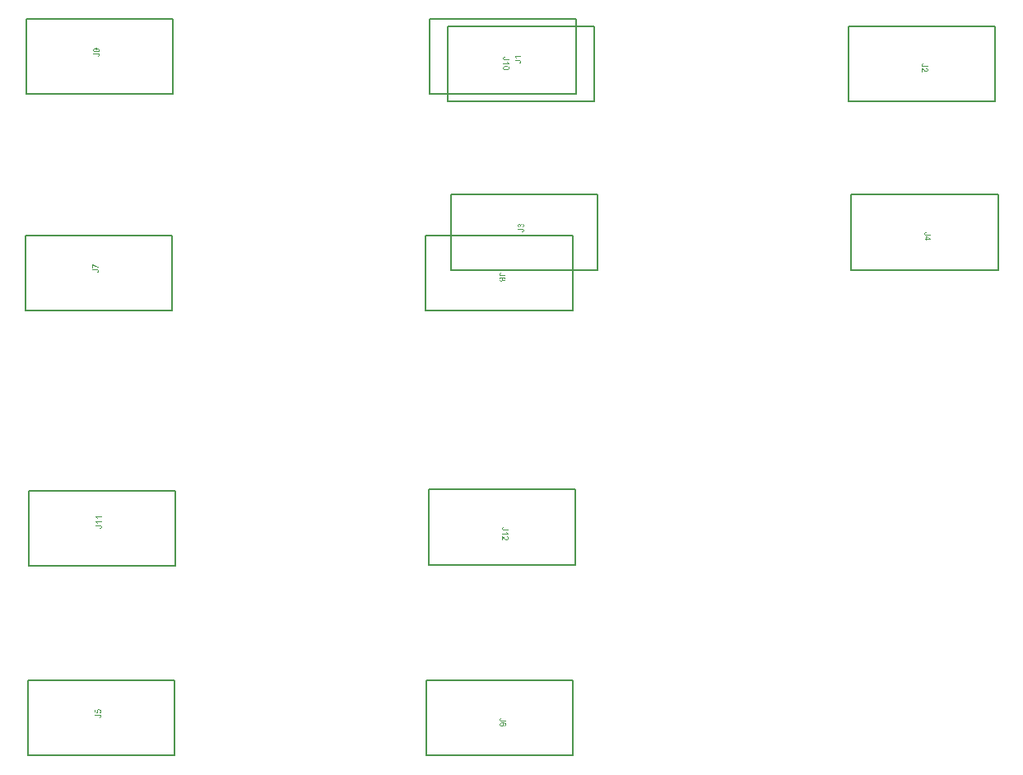
<source format=gbr>
%TF.GenerationSoftware,Altium Limited,Altium Designer,20.0.10 (225)*%
G04 Layer_Color=16711935*
%FSLAX26Y26*%
%MOIN*%
%TF.FileFunction,Other,Mechanical_5*%
%TF.Part,CustomerPanel*%
G01*
G75*
%TA.AperFunction,NonConductor*%
%ADD23C,0.007874*%
G36*
X207718Y3531060D02*
X208191D01*
X208737Y3531023D01*
X209283Y3530951D01*
X210520Y3530841D01*
X211831Y3530660D01*
X213068Y3530405D01*
X213687Y3530223D01*
X214233Y3530041D01*
X214270D01*
X214342Y3530004D01*
X214488Y3529932D01*
X214706Y3529859D01*
X214925Y3529749D01*
X215216Y3529604D01*
X215835Y3529240D01*
X216526Y3528803D01*
X217254Y3528294D01*
X217946Y3527638D01*
X218565Y3526910D01*
Y3526874D01*
X218638Y3526801D01*
X218710Y3526692D01*
X218783Y3526546D01*
X218892Y3526328D01*
X219038Y3526110D01*
X219184Y3525818D01*
X219293Y3525527D01*
X219584Y3524836D01*
X219839Y3523998D01*
X219984Y3523088D01*
X220057Y3522069D01*
Y3521778D01*
X220021Y3521596D01*
Y3521341D01*
X219984Y3521050D01*
X219839Y3520358D01*
X219657Y3519594D01*
X219366Y3518793D01*
X218965Y3517992D01*
X218710Y3517592D01*
X218419Y3517228D01*
X218383Y3517191D01*
X218346Y3517155D01*
X218237Y3517046D01*
X218128Y3516937D01*
X217946Y3516791D01*
X217728Y3516609D01*
X217218Y3516245D01*
X216563Y3515881D01*
X215762Y3515517D01*
X214852Y3515226D01*
X213796Y3515008D01*
X213542Y3517992D01*
X213578D01*
X213651Y3518029D01*
X213724D01*
X213869Y3518065D01*
X214270Y3518174D01*
X214706Y3518320D01*
X215216Y3518502D01*
X215726Y3518757D01*
X216199Y3519048D01*
X216599Y3519412D01*
X216636Y3519448D01*
X216745Y3519594D01*
X216890Y3519849D01*
X217036Y3520140D01*
X217218Y3520540D01*
X217364Y3521014D01*
X217473Y3521559D01*
X217509Y3522142D01*
Y3522397D01*
X217473Y3522651D01*
X217436Y3522979D01*
X217364Y3523380D01*
X217254Y3523780D01*
X217109Y3524217D01*
X216890Y3524617D01*
X216854Y3524653D01*
X216781Y3524799D01*
X216636Y3525017D01*
X216417Y3525236D01*
X216162Y3525527D01*
X215871Y3525818D01*
X215544Y3526110D01*
X215143Y3526401D01*
X215107Y3526437D01*
X214925Y3526510D01*
X214670Y3526655D01*
X214342Y3526801D01*
X213906Y3526983D01*
X213396Y3527165D01*
X212814Y3527347D01*
X212158Y3527529D01*
X212122D01*
X212086Y3527566D01*
X211976D01*
X211831Y3527602D01*
X211467Y3527675D01*
X210994Y3527784D01*
X210411Y3527857D01*
X209792Y3527930D01*
X209101Y3527966D01*
X208373Y3528002D01*
X208336D01*
X208227D01*
X208045D01*
X207754D01*
X207827Y3527966D01*
X208009Y3527820D01*
X208264Y3527602D01*
X208628Y3527347D01*
X208992Y3526983D01*
X209392Y3526546D01*
X209792Y3526037D01*
X210156Y3525454D01*
X210193Y3525381D01*
X210302Y3525163D01*
X210448Y3524836D01*
X210593Y3524435D01*
X210775Y3523889D01*
X210921Y3523307D01*
X211030Y3522651D01*
X211066Y3521960D01*
Y3521669D01*
X211030Y3521450D01*
X210994Y3521159D01*
X210957Y3520868D01*
X210884Y3520504D01*
X210775Y3520140D01*
X210520Y3519303D01*
X210338Y3518866D01*
X210120Y3518429D01*
X209865Y3517956D01*
X209538Y3517519D01*
X209210Y3517082D01*
X208810Y3516682D01*
X208773Y3516646D01*
X208700Y3516573D01*
X208591Y3516500D01*
X208409Y3516354D01*
X208154Y3516172D01*
X207900Y3515990D01*
X207572Y3515808D01*
X207208Y3515626D01*
X206808Y3515408D01*
X206371Y3515226D01*
X205861Y3515044D01*
X205352Y3514862D01*
X204769Y3514716D01*
X204150Y3514644D01*
X203532Y3514571D01*
X202840Y3514534D01*
X202804D01*
X202658D01*
X202476D01*
X202221Y3514571D01*
X201894Y3514607D01*
X201493Y3514644D01*
X201093Y3514716D01*
X200620Y3514825D01*
X199673Y3515080D01*
X199164Y3515262D01*
X198618Y3515481D01*
X198108Y3515735D01*
X197635Y3516063D01*
X197125Y3516391D01*
X196688Y3516791D01*
X196652Y3516827D01*
X196579Y3516900D01*
X196470Y3517010D01*
X196324Y3517191D01*
X196142Y3517410D01*
X195924Y3517701D01*
X195742Y3517992D01*
X195487Y3518356D01*
X195269Y3518720D01*
X195087Y3519157D01*
X194686Y3520140D01*
X194541Y3520649D01*
X194432Y3521232D01*
X194359Y3521814D01*
X194322Y3522433D01*
Y3522688D01*
X194359Y3522870D01*
Y3523052D01*
X194395Y3523307D01*
X194504Y3523925D01*
X194650Y3524617D01*
X194905Y3525381D01*
X195232Y3526146D01*
X195669Y3526910D01*
Y3526947D01*
X195742Y3526983D01*
X195815Y3527092D01*
X195924Y3527238D01*
X196215Y3527602D01*
X196616Y3528075D01*
X197162Y3528548D01*
X197817Y3529094D01*
X198581Y3529568D01*
X199455Y3530004D01*
X199491D01*
X199564Y3530041D01*
X199710Y3530113D01*
X199892Y3530186D01*
X200146Y3530259D01*
X200474Y3530368D01*
X200838Y3530441D01*
X201238Y3530550D01*
X201712Y3530660D01*
X202258Y3530769D01*
X202840Y3530841D01*
X203459Y3530914D01*
X204150Y3530987D01*
X204878Y3531060D01*
X205679Y3531096D01*
X206516D01*
X206553D01*
X206735D01*
X206990D01*
X207317D01*
X207718Y3531060D01*
D02*
G37*
G36*
X212413Y3510312D02*
X212704D01*
X213396Y3510239D01*
X214197Y3510166D01*
X215034Y3510021D01*
X215798Y3509802D01*
X216526Y3509548D01*
X216563D01*
X216599Y3509511D01*
X216818Y3509402D01*
X217109Y3509220D01*
X217509Y3508965D01*
X217910Y3508601D01*
X218346Y3508201D01*
X218783Y3507691D01*
X219147Y3507109D01*
X219184Y3507036D01*
X219293Y3506818D01*
X219438Y3506490D01*
X219584Y3506017D01*
X219766Y3505434D01*
X219912Y3504779D01*
X220021Y3504051D01*
X220057Y3503250D01*
Y3502923D01*
X220021Y3502704D01*
X219984Y3502413D01*
X219948Y3502122D01*
X219802Y3501358D01*
X219584Y3500557D01*
X219256Y3499720D01*
X219038Y3499283D01*
X218783Y3498882D01*
X218492Y3498518D01*
X218164Y3498154D01*
X218128Y3498118D01*
X218092Y3498081D01*
X217946Y3498009D01*
X217800Y3497899D01*
X217618Y3497754D01*
X217364Y3497608D01*
X217072Y3497463D01*
X216745Y3497281D01*
X216381Y3497135D01*
X215944Y3496990D01*
X215507Y3496844D01*
X214998Y3496698D01*
X214452Y3496626D01*
X213833Y3496516D01*
X213214Y3496480D01*
X212522D01*
X212086Y3499501D01*
X212122D01*
X212195D01*
X212340D01*
X212559Y3499537D01*
X212777Y3499574D01*
X213032D01*
X213651Y3499683D01*
X214306Y3499792D01*
X214961Y3500011D01*
X215544Y3500229D01*
X215798Y3500375D01*
X216017Y3500557D01*
X216053Y3500593D01*
X216162Y3500739D01*
X216344Y3500957D01*
X216526Y3501248D01*
X216745Y3501649D01*
X216890Y3502086D01*
X217036Y3502631D01*
X217072Y3503214D01*
Y3503432D01*
X217036Y3503651D01*
X217000Y3503978D01*
X216927Y3504306D01*
X216854Y3504670D01*
X216708Y3505034D01*
X216526Y3505398D01*
X216490Y3505434D01*
X216417Y3505544D01*
X216272Y3505689D01*
X216126Y3505907D01*
X215871Y3506090D01*
X215616Y3506308D01*
X215325Y3506490D01*
X214961Y3506635D01*
X214925D01*
X214779Y3506708D01*
X214524Y3506745D01*
X214197Y3506818D01*
X213760Y3506890D01*
X213214Y3506927D01*
X212559Y3506999D01*
X211794D01*
X194432D01*
Y3510348D01*
X211612D01*
X211649D01*
X211758D01*
X211904D01*
X212122D01*
X212413Y3510312D01*
D02*
G37*
G36*
X1926827Y3495171D02*
X1907135D01*
X1907171Y3495135D01*
X1907317Y3494953D01*
X1907535Y3494735D01*
X1907790Y3494370D01*
X1908118Y3493970D01*
X1908482Y3493461D01*
X1908882Y3492878D01*
X1909282Y3492223D01*
Y3492186D01*
X1909319Y3492150D01*
X1909464Y3491932D01*
X1909646Y3491568D01*
X1909865Y3491131D01*
X1910120Y3490621D01*
X1910374Y3490075D01*
X1910629Y3489529D01*
X1910848Y3488983D01*
X1907863D01*
Y3489020D01*
X1907790Y3489093D01*
X1907754Y3489238D01*
X1907644Y3489420D01*
X1907535Y3489639D01*
X1907390Y3489893D01*
X1907026Y3490512D01*
X1906625Y3491240D01*
X1906116Y3491968D01*
X1905533Y3492733D01*
X1904914Y3493497D01*
X1904878Y3493533D01*
X1904842Y3493570D01*
X1904732Y3493679D01*
X1904623Y3493825D01*
X1904259Y3494152D01*
X1903822Y3494589D01*
X1903313Y3495026D01*
X1902730Y3495499D01*
X1902148Y3495899D01*
X1901529Y3496263D01*
Y3498265D01*
X1926827D01*
Y3495171D01*
D02*
G37*
G36*
X1861930Y3493460D02*
X1861894D01*
X1861821D01*
X1861675D01*
X1861457Y3493423D01*
X1861239Y3493387D01*
X1860984D01*
X1860365Y3493278D01*
X1859710Y3493169D01*
X1859055Y3492950D01*
X1858472Y3492732D01*
X1858217Y3492586D01*
X1857999Y3492404D01*
X1857963Y3492368D01*
X1857853Y3492222D01*
X1857671Y3492004D01*
X1857489Y3491713D01*
X1857271Y3491312D01*
X1857125Y3490875D01*
X1856980Y3490329D01*
X1856943Y3489747D01*
Y3489529D01*
X1856980Y3489310D01*
X1857016Y3488983D01*
X1857089Y3488655D01*
X1857162Y3488291D01*
X1857307Y3487927D01*
X1857489Y3487563D01*
X1857526Y3487527D01*
X1857599Y3487417D01*
X1857744Y3487272D01*
X1857890Y3487053D01*
X1858145Y3486871D01*
X1858399Y3486653D01*
X1858691Y3486471D01*
X1859055Y3486325D01*
X1859091D01*
X1859237Y3486253D01*
X1859491Y3486216D01*
X1859819Y3486143D01*
X1860256Y3486071D01*
X1860802Y3486034D01*
X1861457Y3485961D01*
X1862221D01*
X1879584D01*
Y3482613D01*
X1862403D01*
X1862367D01*
X1862258D01*
X1862112D01*
X1861894D01*
X1861603Y3482649D01*
X1861311D01*
X1860620Y3482722D01*
X1859819Y3482795D01*
X1858982Y3482940D01*
X1858217Y3483159D01*
X1857489Y3483413D01*
X1857453D01*
X1857417Y3483450D01*
X1857198Y3483559D01*
X1856907Y3483741D01*
X1856507Y3483996D01*
X1856106Y3484360D01*
X1855669Y3484760D01*
X1855233Y3485270D01*
X1854869Y3485852D01*
X1854832Y3485925D01*
X1854723Y3486143D01*
X1854577Y3486471D01*
X1854432Y3486944D01*
X1854250Y3487527D01*
X1854104Y3488182D01*
X1853995Y3488910D01*
X1853959Y3489711D01*
Y3490038D01*
X1853995Y3490257D01*
X1854031Y3490548D01*
X1854068Y3490839D01*
X1854213Y3491603D01*
X1854432Y3492404D01*
X1854759Y3493241D01*
X1854978Y3493678D01*
X1855233Y3494079D01*
X1855524Y3494443D01*
X1855851Y3494807D01*
X1855888Y3494843D01*
X1855924Y3494879D01*
X1856070Y3494952D01*
X1856215Y3495061D01*
X1856397Y3495207D01*
X1856652Y3495353D01*
X1856943Y3495498D01*
X1857271Y3495680D01*
X1857635Y3495826D01*
X1858072Y3495971D01*
X1858509Y3496117D01*
X1859018Y3496263D01*
X1859564Y3496335D01*
X1860183Y3496445D01*
X1860802Y3496481D01*
X1861493D01*
X1861930Y3493460D01*
D02*
G37*
G36*
X1919620Y3482395D02*
X1919911D01*
X1920603Y3482322D01*
X1921404Y3482249D01*
X1922241Y3482104D01*
X1923005Y3481885D01*
X1923733Y3481631D01*
X1923770D01*
X1923806Y3481594D01*
X1924024Y3481485D01*
X1924316Y3481303D01*
X1924716Y3481048D01*
X1925116Y3480684D01*
X1925553Y3480284D01*
X1925990Y3479774D01*
X1926354Y3479192D01*
X1926390Y3479119D01*
X1926500Y3478901D01*
X1926645Y3478573D01*
X1926791Y3478100D01*
X1926973Y3477517D01*
X1927118Y3476862D01*
X1927228Y3476134D01*
X1927264Y3475333D01*
Y3475006D01*
X1927228Y3474787D01*
X1927191Y3474496D01*
X1927155Y3474205D01*
X1927009Y3473441D01*
X1926791Y3472640D01*
X1926463Y3471802D01*
X1926245Y3471366D01*
X1925990Y3470965D01*
X1925699Y3470601D01*
X1925371Y3470237D01*
X1925335Y3470201D01*
X1925298Y3470164D01*
X1925153Y3470092D01*
X1925007Y3469983D01*
X1924825Y3469837D01*
X1924570Y3469691D01*
X1924279Y3469546D01*
X1923952Y3469364D01*
X1923588Y3469218D01*
X1923151Y3469073D01*
X1922714Y3468927D01*
X1922204Y3468781D01*
X1921658Y3468709D01*
X1921040Y3468599D01*
X1920421Y3468563D01*
X1919729D01*
X1919292Y3471584D01*
X1919547D01*
X1919766Y3471620D01*
X1919984Y3471657D01*
X1920239D01*
X1920858Y3471766D01*
X1921513Y3471875D01*
X1922168Y3472094D01*
X1922750Y3472312D01*
X1923005Y3472458D01*
X1923224Y3472640D01*
X1923260Y3472676D01*
X1923369Y3472822D01*
X1923551Y3473040D01*
X1923733Y3473331D01*
X1923952Y3473732D01*
X1924097Y3474169D01*
X1924243Y3474715D01*
X1924279Y3475297D01*
Y3475515D01*
X1924243Y3475734D01*
X1924206Y3476061D01*
X1924134Y3476389D01*
X1924061Y3476753D01*
X1923915Y3477117D01*
X1923733Y3477481D01*
X1923697Y3477517D01*
X1923624Y3477626D01*
X1923478Y3477772D01*
X1923333Y3477990D01*
X1923078Y3478173D01*
X1922823Y3478391D01*
X1922532Y3478573D01*
X1922168Y3478718D01*
X1922132D01*
X1921986Y3478791D01*
X1921731Y3478828D01*
X1921404Y3478901D01*
X1920967Y3478973D01*
X1920421Y3479010D01*
X1919766Y3479082D01*
X1901638D01*
Y3482431D01*
X1919329D01*
X1919620Y3482395D01*
D02*
G37*
G36*
X1873360Y3476024D02*
X1873433Y3475951D01*
X1873469Y3475806D01*
X1873578Y3475624D01*
X1873687Y3475405D01*
X1873833Y3475151D01*
X1874197Y3474532D01*
X1874597Y3473804D01*
X1875107Y3473076D01*
X1875689Y3472311D01*
X1876308Y3471547D01*
X1876345Y3471511D01*
X1876381Y3471474D01*
X1876490Y3471365D01*
X1876599Y3471219D01*
X1876963Y3470892D01*
X1877400Y3470455D01*
X1877910Y3470018D01*
X1878492Y3469545D01*
X1879075Y3469145D01*
X1879693Y3468781D01*
Y3466779D01*
X1854395D01*
Y3469873D01*
X1874088D01*
X1874051Y3469909D01*
X1873906Y3470091D01*
X1873687Y3470309D01*
X1873433Y3470673D01*
X1873105Y3471074D01*
X1872741Y3471583D01*
X1872341Y3472166D01*
X1871940Y3472821D01*
Y3472857D01*
X1871904Y3472894D01*
X1871758Y3473112D01*
X1871576Y3473476D01*
X1871358Y3473913D01*
X1871103Y3474423D01*
X1870848Y3474969D01*
X1870593Y3475515D01*
X1870375Y3476061D01*
X1873360D01*
Y3476024D01*
D02*
G37*
G36*
X3557326Y3465543D02*
X3557071D01*
X3556853Y3465506D01*
X3556634Y3465470D01*
X3556380D01*
X3555761Y3465360D01*
X3555106Y3465251D01*
X3554450Y3465033D01*
X3553868Y3464814D01*
X3553613Y3464669D01*
X3553395Y3464487D01*
X3553358Y3464450D01*
X3553249Y3464305D01*
X3553067Y3464086D01*
X3552885Y3463795D01*
X3552667Y3463395D01*
X3552521Y3462958D01*
X3552376Y3462412D01*
X3552339Y3461830D01*
Y3461611D01*
X3552376Y3461393D01*
X3552412Y3461065D01*
X3552485Y3460738D01*
X3552558Y3460374D01*
X3552703Y3460010D01*
X3552885Y3459646D01*
X3552922Y3459609D01*
X3552994Y3459500D01*
X3553140Y3459354D01*
X3553286Y3459136D01*
X3553540Y3458954D01*
X3553795Y3458736D01*
X3554086Y3458554D01*
X3554450Y3458408D01*
X3554487D01*
X3554632Y3458335D01*
X3554887Y3458299D01*
X3555215Y3458226D01*
X3555652Y3458153D01*
X3556198Y3458117D01*
X3556853Y3458044D01*
X3574980D01*
Y3454695D01*
X3557290D01*
X3556998Y3454732D01*
X3556707D01*
X3556016Y3454805D01*
X3555215Y3454877D01*
X3554378Y3455023D01*
X3553613Y3455241D01*
X3552885Y3455496D01*
X3552849D01*
X3552812Y3455532D01*
X3552594Y3455642D01*
X3552303Y3455824D01*
X3551902Y3456079D01*
X3551502Y3456443D01*
X3551065Y3456843D01*
X3550628Y3457352D01*
X3550264Y3457935D01*
X3550228Y3458008D01*
X3550119Y3458226D01*
X3549973Y3458554D01*
X3549828Y3459027D01*
X3549646Y3459609D01*
X3549500Y3460265D01*
X3549391Y3460992D01*
X3549354Y3461793D01*
Y3462121D01*
X3549391Y3462339D01*
X3549427Y3462631D01*
X3549464Y3462922D01*
X3549609Y3463686D01*
X3549828Y3464487D01*
X3550155Y3465324D01*
X3550374Y3465761D01*
X3550628Y3466161D01*
X3550920Y3466525D01*
X3551247Y3466889D01*
X3551284Y3466926D01*
X3551320Y3466962D01*
X3551466Y3467035D01*
X3551611Y3467144D01*
X3551793Y3467290D01*
X3552048Y3467435D01*
X3552339Y3467581D01*
X3552667Y3467763D01*
X3553031Y3467909D01*
X3553468Y3468054D01*
X3553904Y3468200D01*
X3554414Y3468345D01*
X3554960Y3468418D01*
X3555579Y3468527D01*
X3556198Y3468564D01*
X3556889D01*
X3557326Y3465543D01*
D02*
G37*
G36*
X1867936Y3458807D02*
X1868373D01*
X1868846Y3458771D01*
X1869392Y3458734D01*
X1870521Y3458625D01*
X1871722Y3458443D01*
X1872923Y3458225D01*
X1873469Y3458079D01*
X1874015Y3457933D01*
X1874051D01*
X1874124Y3457897D01*
X1874270Y3457824D01*
X1874452Y3457751D01*
X1874707Y3457679D01*
X1874961Y3457533D01*
X1875580Y3457242D01*
X1876235Y3456878D01*
X1876927Y3456405D01*
X1877619Y3455859D01*
X1878201Y3455203D01*
Y3455167D01*
X1878274Y3455131D01*
X1878347Y3455021D01*
X1878419Y3454876D01*
X1878565Y3454694D01*
X1878674Y3454475D01*
X1878965Y3453929D01*
X1879220Y3453274D01*
X1879475Y3452510D01*
X1879621Y3451600D01*
X1879693Y3450617D01*
Y3450289D01*
X1879657Y3449889D01*
X1879584Y3449416D01*
X1879475Y3448870D01*
X1879329Y3448287D01*
X1879147Y3447669D01*
X1878856Y3447086D01*
Y3447050D01*
X1878820Y3447013D01*
X1878711Y3446831D01*
X1878529Y3446540D01*
X1878274Y3446176D01*
X1877910Y3445776D01*
X1877509Y3445339D01*
X1877036Y3444939D01*
X1876490Y3444538D01*
X1876417Y3444502D01*
X1876235Y3444356D01*
X1875908Y3444211D01*
X1875435Y3443956D01*
X1874889Y3443737D01*
X1874270Y3443446D01*
X1873542Y3443191D01*
X1872741Y3442973D01*
X1872705D01*
X1872632Y3442937D01*
X1872523Y3442900D01*
X1872341Y3442864D01*
X1872122Y3442827D01*
X1871867Y3442791D01*
X1871540Y3442718D01*
X1871176Y3442682D01*
X1870775Y3442609D01*
X1870339Y3442573D01*
X1869829Y3442536D01*
X1869319Y3442463D01*
X1868737Y3442427D01*
X1868155D01*
X1867499Y3442391D01*
X1866808D01*
X1866771D01*
X1866626D01*
X1866371D01*
X1866080D01*
X1865679Y3442427D01*
X1865243D01*
X1864769Y3442463D01*
X1864260Y3442500D01*
X1863095Y3442609D01*
X1861894Y3442791D01*
X1860729Y3443009D01*
X1860183Y3443155D01*
X1859637Y3443337D01*
X1859601D01*
X1859528Y3443373D01*
X1859382Y3443446D01*
X1859200Y3443519D01*
X1858945Y3443592D01*
X1858691Y3443737D01*
X1858072Y3444029D01*
X1857417Y3444393D01*
X1856689Y3444866D01*
X1856033Y3445412D01*
X1855415Y3446067D01*
Y3446103D01*
X1855342Y3446140D01*
X1855269Y3446249D01*
X1855196Y3446395D01*
X1855087Y3446577D01*
X1854941Y3446759D01*
X1854687Y3447305D01*
X1854432Y3447960D01*
X1854177Y3448724D01*
X1854031Y3449634D01*
X1853959Y3450617D01*
Y3450981D01*
X1853995Y3451236D01*
X1854031Y3451527D01*
X1854104Y3451891D01*
X1854177Y3452291D01*
X1854286Y3452728D01*
X1854432Y3453165D01*
X1854577Y3453638D01*
X1854796Y3454111D01*
X1855051Y3454585D01*
X1855342Y3455058D01*
X1855706Y3455531D01*
X1856106Y3455968D01*
X1856543Y3456368D01*
X1856579Y3456405D01*
X1856689Y3456477D01*
X1856871Y3456587D01*
X1857162Y3456769D01*
X1857489Y3456951D01*
X1857926Y3457133D01*
X1858436Y3457387D01*
X1859018Y3457606D01*
X1859673Y3457824D01*
X1860438Y3458043D01*
X1861275Y3458261D01*
X1862221Y3458443D01*
X1863241Y3458625D01*
X1864333Y3458734D01*
X1865534Y3458807D01*
X1866808Y3458843D01*
X1866844D01*
X1866990D01*
X1867245D01*
X1867536D01*
X1867936Y3458807D01*
D02*
G37*
G36*
X3550483Y3450910D02*
X3550810Y3450873D01*
X3551174Y3450800D01*
X3551538Y3450728D01*
X3551939Y3450582D01*
X3551975D01*
X3552012Y3450546D01*
X3552230Y3450473D01*
X3552558Y3450327D01*
X3552994Y3450109D01*
X3553504Y3449818D01*
X3554086Y3449454D01*
X3554669Y3449053D01*
X3555288Y3448544D01*
X3555324D01*
X3555360Y3448471D01*
X3555579Y3448289D01*
X3555906Y3447961D01*
X3556380Y3447488D01*
X3556926Y3446942D01*
X3557581Y3446251D01*
X3558309Y3445413D01*
X3559073Y3444503D01*
X3559110Y3444467D01*
X3559219Y3444321D01*
X3559401Y3444103D01*
X3559619Y3443848D01*
X3559910Y3443521D01*
X3560238Y3443120D01*
X3560602Y3442720D01*
X3561002Y3442247D01*
X3561876Y3441336D01*
X3562750Y3440427D01*
X3563186Y3439990D01*
X3563623Y3439589D01*
X3564024Y3439225D01*
X3564424Y3438934D01*
X3564460D01*
X3564497Y3438861D01*
X3564606Y3438789D01*
X3564752Y3438716D01*
X3565152Y3438461D01*
X3565625Y3438170D01*
X3566208Y3437915D01*
X3566826Y3437660D01*
X3567518Y3437515D01*
X3568173Y3437442D01*
X3568246D01*
X3568464Y3437478D01*
X3568828Y3437515D01*
X3569229Y3437624D01*
X3569738Y3437769D01*
X3570248Y3438024D01*
X3570758Y3438352D01*
X3571267Y3438789D01*
X3571340Y3438861D01*
X3571486Y3439043D01*
X3571668Y3439298D01*
X3571922Y3439698D01*
X3572141Y3440208D01*
X3572359Y3440791D01*
X3572505Y3441482D01*
X3572541Y3442247D01*
Y3442465D01*
X3572505Y3442610D01*
X3572468Y3443047D01*
X3572359Y3443557D01*
X3572214Y3444103D01*
X3571959Y3444722D01*
X3571631Y3445304D01*
X3571194Y3445850D01*
X3571122Y3445923D01*
X3570940Y3446068D01*
X3570648Y3446287D01*
X3570212Y3446505D01*
X3569702Y3446760D01*
X3569047Y3446979D01*
X3568319Y3447124D01*
X3567482Y3447197D01*
X3567809Y3450364D01*
X3567846D01*
X3567955Y3450327D01*
X3568137D01*
X3568392Y3450291D01*
X3568683Y3450218D01*
X3569010Y3450145D01*
X3569411Y3450036D01*
X3569811Y3449927D01*
X3570685Y3449636D01*
X3571558Y3449199D01*
X3571995Y3448944D01*
X3572432Y3448617D01*
X3572832Y3448289D01*
X3573196Y3447925D01*
X3573233Y3447889D01*
X3573269Y3447816D01*
X3573378Y3447706D01*
X3573488Y3447524D01*
X3573633Y3447306D01*
X3573779Y3447051D01*
X3573961Y3446760D01*
X3574143Y3446396D01*
X3574325Y3445996D01*
X3574507Y3445559D01*
X3574652Y3445086D01*
X3574798Y3444576D01*
X3574907Y3444030D01*
X3575016Y3443448D01*
X3575053Y3442829D01*
X3575089Y3442174D01*
Y3441810D01*
X3575053Y3441555D01*
X3575016Y3441264D01*
X3574980Y3440900D01*
X3574907Y3440499D01*
X3574834Y3440099D01*
X3574580Y3439153D01*
X3574216Y3438206D01*
X3573997Y3437733D01*
X3573742Y3437260D01*
X3573415Y3436823D01*
X3573051Y3436423D01*
X3573014Y3436386D01*
X3572978Y3436313D01*
X3572832Y3436240D01*
X3572687Y3436095D01*
X3572505Y3435913D01*
X3572250Y3435731D01*
X3571995Y3435549D01*
X3571668Y3435331D01*
X3570976Y3434966D01*
X3570102Y3434602D01*
X3569666Y3434457D01*
X3569156Y3434384D01*
X3568646Y3434311D01*
X3568100Y3434275D01*
X3567846D01*
X3567554Y3434311D01*
X3567154Y3434348D01*
X3566717Y3434421D01*
X3566208Y3434566D01*
X3565662Y3434712D01*
X3565116Y3434930D01*
X3565043Y3434966D01*
X3564861Y3435039D01*
X3564570Y3435185D01*
X3564169Y3435403D01*
X3563732Y3435695D01*
X3563186Y3436059D01*
X3562640Y3436495D01*
X3562022Y3437005D01*
X3561949Y3437078D01*
X3561730Y3437260D01*
X3561548Y3437442D01*
X3561366Y3437624D01*
X3561148Y3437842D01*
X3560857Y3438133D01*
X3560566Y3438425D01*
X3560238Y3438789D01*
X3559874Y3439153D01*
X3559474Y3439589D01*
X3559073Y3440062D01*
X3558600Y3440572D01*
X3558127Y3441155D01*
X3557617Y3441737D01*
X3557581Y3441773D01*
X3557508Y3441846D01*
X3557399Y3441992D01*
X3557253Y3442174D01*
X3557035Y3442392D01*
X3556816Y3442647D01*
X3556343Y3443229D01*
X3555797Y3443848D01*
X3555251Y3444430D01*
X3554778Y3444940D01*
X3554596Y3445159D01*
X3554414Y3445340D01*
X3554378Y3445377D01*
X3554268Y3445486D01*
X3554123Y3445632D01*
X3553904Y3445814D01*
X3553650Y3445996D01*
X3553395Y3446214D01*
X3552776Y3446651D01*
Y3434238D01*
X3549791D01*
Y3450946D01*
X3550192D01*
X3550483Y3450910D01*
D02*
G37*
G36*
X1932016Y2820854D02*
X1932307Y2820818D01*
X1932635Y2820745D01*
X1932999Y2820672D01*
X1933399Y2820599D01*
X1934273Y2820308D01*
X1934746Y2820090D01*
X1935183Y2819871D01*
X1935656Y2819580D01*
X1936129Y2819253D01*
X1936602Y2818889D01*
X1937039Y2818452D01*
X1937076Y2818415D01*
X1937149Y2818343D01*
X1937258Y2818197D01*
X1937403Y2818015D01*
X1937585Y2817796D01*
X1937767Y2817505D01*
X1937986Y2817178D01*
X1938168Y2816777D01*
X1938386Y2816377D01*
X1938604Y2815904D01*
X1938786Y2815430D01*
X1938968Y2814885D01*
X1939114Y2814302D01*
X1939223Y2813683D01*
X1939296Y2813064D01*
X1939332Y2812373D01*
Y2812045D01*
X1939296Y2811827D01*
X1939260Y2811536D01*
X1939223Y2811208D01*
X1939150Y2810844D01*
X1939078Y2810444D01*
X1938859Y2809570D01*
X1938495Y2808660D01*
X1938277Y2808187D01*
X1938022Y2807750D01*
X1937695Y2807313D01*
X1937367Y2806876D01*
X1937331Y2806840D01*
X1937258Y2806767D01*
X1937149Y2806658D01*
X1937003Y2806549D01*
X1936821Y2806367D01*
X1936566Y2806185D01*
X1936311Y2805966D01*
X1935984Y2805748D01*
X1935620Y2805530D01*
X1935256Y2805311D01*
X1934382Y2804911D01*
X1933363Y2804583D01*
X1932817Y2804474D01*
X1932235Y2804401D01*
X1931834Y2807495D01*
X1931870D01*
X1931943Y2807532D01*
X1932089Y2807568D01*
X1932271Y2807604D01*
X1932489Y2807641D01*
X1932744Y2807714D01*
X1933290Y2807896D01*
X1933945Y2808151D01*
X1934564Y2808478D01*
X1935147Y2808842D01*
X1935656Y2809279D01*
X1935693Y2809352D01*
X1935838Y2809497D01*
X1936020Y2809789D01*
X1936202Y2810153D01*
X1936420Y2810589D01*
X1936602Y2811135D01*
X1936748Y2811754D01*
X1936784Y2812409D01*
Y2812628D01*
X1936748Y2812773D01*
X1936712Y2813174D01*
X1936602Y2813683D01*
X1936420Y2814266D01*
X1936166Y2814885D01*
X1935802Y2815503D01*
X1935292Y2816086D01*
X1935219Y2816159D01*
X1935001Y2816340D01*
X1934673Y2816559D01*
X1934236Y2816850D01*
X1933690Y2817141D01*
X1933072Y2817360D01*
X1932344Y2817542D01*
X1931543Y2817615D01*
X1931506D01*
X1931434D01*
X1931324D01*
X1931179Y2817578D01*
X1930778Y2817542D01*
X1930305Y2817432D01*
X1929723Y2817287D01*
X1929140Y2817032D01*
X1928558Y2816668D01*
X1928012Y2816195D01*
X1927939Y2816122D01*
X1927794Y2815940D01*
X1927575Y2815649D01*
X1927321Y2815249D01*
X1927066Y2814739D01*
X1926847Y2814120D01*
X1926702Y2813428D01*
X1926629Y2812664D01*
Y2812336D01*
X1926665Y2812082D01*
X1926702Y2811754D01*
X1926774Y2811390D01*
X1926847Y2810953D01*
X1926957Y2810480D01*
X1924226Y2810844D01*
Y2811026D01*
X1924263Y2811172D01*
Y2811645D01*
X1924190Y2812045D01*
X1924117Y2812519D01*
X1924008Y2813064D01*
X1923826Y2813683D01*
X1923571Y2814266D01*
X1923244Y2814885D01*
Y2814921D01*
X1923207Y2814957D01*
X1923062Y2815139D01*
X1922807Y2815394D01*
X1922479Y2815685D01*
X1922006Y2815977D01*
X1921460Y2816231D01*
X1920841Y2816413D01*
X1920477Y2816486D01*
X1920077D01*
X1920041D01*
X1920004D01*
X1919786D01*
X1919495Y2816413D01*
X1919094Y2816340D01*
X1918657Y2816195D01*
X1918184Y2816013D01*
X1917711Y2815722D01*
X1917274Y2815321D01*
X1917238Y2815285D01*
X1917092Y2815103D01*
X1916910Y2814848D01*
X1916692Y2814521D01*
X1916510Y2814084D01*
X1916328Y2813574D01*
X1916182Y2812992D01*
X1916146Y2812336D01*
Y2812045D01*
X1916218Y2811718D01*
X1916291Y2811281D01*
X1916437Y2810808D01*
X1916619Y2810334D01*
X1916910Y2809825D01*
X1917274Y2809352D01*
X1917311Y2809315D01*
X1917493Y2809170D01*
X1917747Y2808951D01*
X1918111Y2808697D01*
X1918584Y2808442D01*
X1919167Y2808187D01*
X1919859Y2807968D01*
X1920659Y2807823D01*
X1920113Y2804729D01*
X1920077D01*
X1919968Y2804765D01*
X1919822Y2804802D01*
X1919604Y2804838D01*
X1919349Y2804911D01*
X1919058Y2805020D01*
X1918366Y2805238D01*
X1917565Y2805602D01*
X1916764Y2806039D01*
X1916000Y2806585D01*
X1915309Y2807277D01*
X1915272Y2807313D01*
X1915236Y2807386D01*
X1915163Y2807495D01*
X1915054Y2807641D01*
X1914908Y2807823D01*
X1914763Y2808078D01*
X1914617Y2808332D01*
X1914435Y2808660D01*
X1914144Y2809388D01*
X1913852Y2810225D01*
X1913670Y2811208D01*
X1913598Y2811718D01*
Y2812628D01*
X1913634Y2813028D01*
X1913707Y2813501D01*
X1913816Y2814084D01*
X1913998Y2814739D01*
X1914216Y2815394D01*
X1914508Y2816049D01*
Y2816086D01*
X1914544Y2816122D01*
X1914653Y2816340D01*
X1914872Y2816668D01*
X1915127Y2817032D01*
X1915491Y2817469D01*
X1915891Y2817906D01*
X1916364Y2818343D01*
X1916910Y2818706D01*
X1916983Y2818743D01*
X1917165Y2818852D01*
X1917493Y2818998D01*
X1917893Y2819180D01*
X1918366Y2819362D01*
X1918912Y2819507D01*
X1919531Y2819617D01*
X1920150Y2819653D01*
X1920223D01*
X1920441D01*
X1920732Y2819617D01*
X1921132Y2819544D01*
X1921606Y2819434D01*
X1922115Y2819253D01*
X1922625Y2819034D01*
X1923134Y2818743D01*
X1923207Y2818706D01*
X1923353Y2818597D01*
X1923608Y2818379D01*
X1923899Y2818088D01*
X1924226Y2817724D01*
X1924591Y2817287D01*
X1924918Y2816777D01*
X1925246Y2816159D01*
Y2816195D01*
X1925282Y2816268D01*
X1925319Y2816377D01*
X1925355Y2816523D01*
X1925501Y2816923D01*
X1925719Y2817432D01*
X1926010Y2818015D01*
X1926374Y2818597D01*
X1926847Y2819143D01*
X1927393Y2819653D01*
X1927466Y2819689D01*
X1927685Y2819835D01*
X1928049Y2820053D01*
X1928522Y2820272D01*
X1929104Y2820490D01*
X1929796Y2820709D01*
X1930597Y2820854D01*
X1931470Y2820890D01*
X1931506D01*
X1931616D01*
X1931798D01*
X1932016Y2820854D01*
D02*
G37*
G36*
X1931688Y2800142D02*
X1931980D01*
X1932671Y2800070D01*
X1933472Y2799997D01*
X1934309Y2799851D01*
X1935074Y2799633D01*
X1935802Y2799378D01*
X1935838D01*
X1935874Y2799342D01*
X1936093Y2799233D01*
X1936384Y2799050D01*
X1936784Y2798796D01*
X1937185Y2798432D01*
X1937622Y2798031D01*
X1938059Y2797522D01*
X1938422Y2796939D01*
X1938459Y2796867D01*
X1938568Y2796648D01*
X1938714Y2796320D01*
X1938859Y2795847D01*
X1939041Y2795265D01*
X1939187Y2794610D01*
X1939296Y2793882D01*
X1939332Y2793081D01*
Y2792753D01*
X1939296Y2792535D01*
X1939260Y2792244D01*
X1939223Y2791952D01*
X1939078Y2791188D01*
X1938859Y2790387D01*
X1938532Y2789550D01*
X1938313Y2789113D01*
X1938059Y2788713D01*
X1937767Y2788349D01*
X1937440Y2787985D01*
X1937403Y2787948D01*
X1937367Y2787912D01*
X1937221Y2787839D01*
X1937076Y2787730D01*
X1936894Y2787584D01*
X1936639Y2787439D01*
X1936348Y2787293D01*
X1936020Y2787111D01*
X1935656Y2786966D01*
X1935219Y2786820D01*
X1934783Y2786675D01*
X1934273Y2786529D01*
X1933727Y2786456D01*
X1933108Y2786347D01*
X1932489Y2786311D01*
X1931798D01*
X1931361Y2789332D01*
X1931397D01*
X1931470D01*
X1931616D01*
X1931834Y2789368D01*
X1932053Y2789405D01*
X1932307D01*
X1932926Y2789514D01*
X1933581Y2789623D01*
X1934236Y2789841D01*
X1934819Y2790060D01*
X1935074Y2790205D01*
X1935292Y2790387D01*
X1935329Y2790424D01*
X1935438Y2790569D01*
X1935620Y2790788D01*
X1935802Y2791079D01*
X1936020Y2791479D01*
X1936166Y2791916D01*
X1936311Y2792462D01*
X1936348Y2793044D01*
Y2793263D01*
X1936311Y2793481D01*
X1936275Y2793809D01*
X1936202Y2794137D01*
X1936129Y2794501D01*
X1935984Y2794865D01*
X1935802Y2795229D01*
X1935765Y2795265D01*
X1935693Y2795374D01*
X1935547Y2795520D01*
X1935401Y2795738D01*
X1935147Y2795920D01*
X1934892Y2796139D01*
X1934601Y2796320D01*
X1934236Y2796466D01*
X1934200D01*
X1934054Y2796539D01*
X1933800Y2796575D01*
X1933472Y2796648D01*
X1933035Y2796721D01*
X1932489Y2796757D01*
X1931834Y2796830D01*
X1931070D01*
X1913707D01*
Y2800179D01*
X1930888D01*
X1930924D01*
X1931033D01*
X1931179D01*
X1931397D01*
X1931688Y2800142D01*
D02*
G37*
G36*
X3569137Y2783290D02*
X3569101D01*
X3569028D01*
X3568882D01*
X3568664Y2783254D01*
X3568445Y2783218D01*
X3568191D01*
X3567572Y2783108D01*
X3566917Y2782999D01*
X3566262Y2782781D01*
X3565679Y2782562D01*
X3565424Y2782417D01*
X3565206Y2782235D01*
X3565169Y2782198D01*
X3565060Y2782053D01*
X3564878Y2781834D01*
X3564696Y2781543D01*
X3564478Y2781143D01*
X3564332Y2780706D01*
X3564187Y2780160D01*
X3564150Y2779578D01*
Y2779359D01*
X3564187Y2779141D01*
X3564223Y2778813D01*
X3564296Y2778486D01*
X3564369Y2778122D01*
X3564514Y2777758D01*
X3564696Y2777394D01*
X3564733Y2777357D01*
X3564805Y2777248D01*
X3564951Y2777102D01*
X3565097Y2776884D01*
X3565352Y2776702D01*
X3565606Y2776484D01*
X3565898Y2776302D01*
X3566262Y2776156D01*
X3566298D01*
X3566443Y2776083D01*
X3566698Y2776047D01*
X3567026Y2775974D01*
X3567463Y2775901D01*
X3568009Y2775865D01*
X3568664Y2775792D01*
X3569428D01*
X3586791D01*
Y2772443D01*
X3569610D01*
X3569574D01*
X3569465D01*
X3569319D01*
X3569101D01*
X3568809Y2772480D01*
X3568518D01*
X3567827Y2772552D01*
X3567026Y2772625D01*
X3566189Y2772771D01*
X3565424Y2772989D01*
X3564696Y2773244D01*
X3564660D01*
X3564624Y2773280D01*
X3564405Y2773390D01*
X3564114Y2773572D01*
X3563713Y2773826D01*
X3563313Y2774190D01*
X3562876Y2774591D01*
X3562439Y2775100D01*
X3562075Y2775683D01*
X3562039Y2775756D01*
X3561930Y2775974D01*
X3561784Y2776302D01*
X3561639Y2776775D01*
X3561457Y2777357D01*
X3561311Y2778012D01*
X3561202Y2778740D01*
X3561166Y2779541D01*
Y2779869D01*
X3561202Y2780087D01*
X3561238Y2780378D01*
X3561275Y2780670D01*
X3561420Y2781434D01*
X3561639Y2782235D01*
X3561966Y2783072D01*
X3562185Y2783509D01*
X3562439Y2783909D01*
X3562731Y2784273D01*
X3563058Y2784637D01*
X3563095Y2784674D01*
X3563131Y2784710D01*
X3563277Y2784783D01*
X3563422Y2784892D01*
X3563604Y2785038D01*
X3563859Y2785183D01*
X3564150Y2785329D01*
X3564478Y2785511D01*
X3564842Y2785656D01*
X3565279Y2785802D01*
X3565715Y2785948D01*
X3566225Y2786093D01*
X3566771Y2786166D01*
X3567390Y2786275D01*
X3568009Y2786312D01*
X3568700D01*
X3569137Y2783290D01*
D02*
G37*
G36*
X3586791Y2757774D02*
Y2755262D01*
X3570484D01*
Y2751841D01*
X3567645D01*
Y2755262D01*
X3561602D01*
Y2758356D01*
X3567645D01*
Y2769313D01*
X3570484D01*
X3586791Y2757774D01*
D02*
G37*
G36*
X193691Y2656468D02*
X193764Y2656396D01*
X193910Y2656250D01*
X194128Y2656104D01*
X194383Y2655886D01*
X194674Y2655595D01*
X195038Y2655304D01*
X195475Y2654976D01*
X195911Y2654648D01*
X196421Y2654248D01*
X197004Y2653848D01*
X197586Y2653447D01*
X198241Y2653010D01*
X198933Y2652574D01*
X199697Y2652137D01*
X200462Y2651700D01*
X200498Y2651664D01*
X200643Y2651591D01*
X200862Y2651482D01*
X201190Y2651300D01*
X201590Y2651118D01*
X202027Y2650899D01*
X202536Y2650644D01*
X203119Y2650390D01*
X203774Y2650098D01*
X204429Y2649771D01*
X205157Y2649480D01*
X205922Y2649188D01*
X207487Y2648606D01*
X209161Y2648060D01*
X209197D01*
X209307Y2648024D01*
X209489Y2647987D01*
X209707Y2647914D01*
X209998Y2647842D01*
X210362Y2647769D01*
X210763Y2647660D01*
X211200Y2647587D01*
X211709Y2647478D01*
X212255Y2647368D01*
X213420Y2647186D01*
X214694Y2647004D01*
X216077Y2646895D01*
Y2643728D01*
X216041D01*
X215931D01*
X215786D01*
X215567Y2643765D01*
X215276D01*
X214912Y2643801D01*
X214512Y2643838D01*
X214075Y2643874D01*
X213565Y2643947D01*
X213056Y2644020D01*
X212437Y2644129D01*
X211818Y2644238D01*
X211163Y2644347D01*
X210435Y2644493D01*
X208943Y2644857D01*
X208906D01*
X208761Y2644893D01*
X208542Y2644966D01*
X208215Y2645075D01*
X207851Y2645184D01*
X207414Y2645330D01*
X206904Y2645476D01*
X206358Y2645694D01*
X205739Y2645912D01*
X205121Y2646131D01*
X203738Y2646677D01*
X202281Y2647332D01*
X200826Y2648060D01*
X200789Y2648096D01*
X200643Y2648169D01*
X200462Y2648278D01*
X200170Y2648424D01*
X199843Y2648606D01*
X199442Y2648861D01*
X199006Y2649116D01*
X198532Y2649407D01*
X197477Y2650098D01*
X196385Y2650826D01*
X195256Y2651664D01*
X194201Y2652537D01*
Y2640198D01*
X191216D01*
Y2656505D01*
X193655D01*
X193691Y2656468D01*
D02*
G37*
G36*
X208870Y2635757D02*
X209161D01*
X209853Y2635684D01*
X210654Y2635611D01*
X211491Y2635466D01*
X212255Y2635247D01*
X212983Y2634992D01*
X213019D01*
X213056Y2634956D01*
X213274Y2634847D01*
X213565Y2634665D01*
X213966Y2634410D01*
X214366Y2634046D01*
X214803Y2633646D01*
X215240Y2633136D01*
X215604Y2632554D01*
X215640Y2632481D01*
X215750Y2632262D01*
X215895Y2631935D01*
X216041Y2631462D01*
X216223Y2630879D01*
X216368Y2630224D01*
X216477Y2629496D01*
X216514Y2628695D01*
Y2628368D01*
X216477Y2628149D01*
X216441Y2627858D01*
X216405Y2627567D01*
X216259Y2626802D01*
X216041Y2626002D01*
X215713Y2625164D01*
X215495Y2624728D01*
X215240Y2624327D01*
X214949Y2623963D01*
X214621Y2623599D01*
X214585Y2623563D01*
X214548Y2623526D01*
X214403Y2623454D01*
X214257Y2623344D01*
X214075Y2623199D01*
X213820Y2623053D01*
X213529Y2622908D01*
X213202Y2622726D01*
X212838Y2622580D01*
X212401Y2622434D01*
X211964Y2622289D01*
X211454Y2622143D01*
X210908Y2622070D01*
X210290Y2621961D01*
X209671Y2621925D01*
X208979D01*
X208542Y2624946D01*
X208579D01*
X208651D01*
X208797D01*
X209016Y2624982D01*
X209234Y2625019D01*
X209489D01*
X210107Y2625128D01*
X210763Y2625237D01*
X211418Y2625456D01*
X212000Y2625674D01*
X212255Y2625820D01*
X212474Y2626002D01*
X212510Y2626038D01*
X212619Y2626184D01*
X212801Y2626402D01*
X212983Y2626693D01*
X213202Y2627094D01*
X213347Y2627530D01*
X213493Y2628076D01*
X213529Y2628659D01*
Y2628877D01*
X213493Y2629096D01*
X213456Y2629423D01*
X213383Y2629751D01*
X213311Y2630115D01*
X213165Y2630479D01*
X212983Y2630843D01*
X212947Y2630879D01*
X212874Y2630988D01*
X212728Y2631134D01*
X212583Y2631352D01*
X212328Y2631534D01*
X212073Y2631753D01*
X211782Y2631935D01*
X211418Y2632080D01*
X211381D01*
X211236Y2632153D01*
X210981Y2632190D01*
X210654Y2632262D01*
X210217Y2632335D01*
X209671Y2632372D01*
X209016Y2632444D01*
X208251D01*
X190888D01*
Y2635793D01*
X208069D01*
X208106D01*
X208215D01*
X208360D01*
X208579D01*
X208870Y2635757D01*
D02*
G37*
G36*
X1846576Y2618905D02*
X1846540D01*
X1846467D01*
X1846321D01*
X1846103Y2618868D01*
X1845884Y2618832D01*
X1845630D01*
X1845011Y2618722D01*
X1844355Y2618613D01*
X1843700Y2618395D01*
X1843118Y2618177D01*
X1842863Y2618031D01*
X1842645Y2617849D01*
X1842608Y2617812D01*
X1842499Y2617667D01*
X1842317Y2617448D01*
X1842135Y2617157D01*
X1841917Y2616757D01*
X1841771Y2616320D01*
X1841626Y2615774D01*
X1841589Y2615192D01*
Y2614973D01*
X1841626Y2614755D01*
X1841662Y2614427D01*
X1841735Y2614100D01*
X1841807Y2613736D01*
X1841953Y2613372D01*
X1842135Y2613008D01*
X1842171Y2612971D01*
X1842244Y2612862D01*
X1842390Y2612716D01*
X1842535Y2612498D01*
X1842790Y2612316D01*
X1843045Y2612098D01*
X1843336Y2611916D01*
X1843700Y2611770D01*
X1843737D01*
X1843882Y2611697D01*
X1844137Y2611661D01*
X1844465Y2611588D01*
X1844901Y2611515D01*
X1845447Y2611479D01*
X1846103Y2611406D01*
X1846867D01*
X1864230D01*
Y2608057D01*
X1847049D01*
X1847013D01*
X1846903D01*
X1846758D01*
X1846540D01*
X1846248Y2608094D01*
X1845957D01*
X1845265Y2608166D01*
X1844465Y2608239D01*
X1843628Y2608385D01*
X1842863Y2608603D01*
X1842135Y2608858D01*
X1842099D01*
X1842062Y2608894D01*
X1841844Y2609004D01*
X1841553Y2609186D01*
X1841152Y2609441D01*
X1840752Y2609805D01*
X1840315Y2610205D01*
X1839878Y2610715D01*
X1839514Y2611297D01*
X1839478Y2611370D01*
X1839369Y2611588D01*
X1839223Y2611916D01*
X1839078Y2612389D01*
X1838896Y2612971D01*
X1838750Y2613626D01*
X1838641Y2614354D01*
X1838604Y2615155D01*
Y2615483D01*
X1838641Y2615701D01*
X1838677Y2615992D01*
X1838714Y2616284D01*
X1838859Y2617048D01*
X1839078Y2617849D01*
X1839405Y2618686D01*
X1839623Y2619123D01*
X1839878Y2619523D01*
X1840169Y2619887D01*
X1840497Y2620251D01*
X1840534Y2620288D01*
X1840570Y2620324D01*
X1840716Y2620397D01*
X1840861Y2620506D01*
X1841043Y2620652D01*
X1841298Y2620797D01*
X1841589Y2620943D01*
X1841917Y2621125D01*
X1842281Y2621271D01*
X1842717Y2621416D01*
X1843154Y2621562D01*
X1843664Y2621707D01*
X1844210Y2621780D01*
X1844829Y2621889D01*
X1845447Y2621926D01*
X1846139D01*
X1846576Y2618905D01*
D02*
G37*
G36*
X1846685Y2603871D02*
X1846903D01*
X1847158Y2603835D01*
X1847741Y2603762D01*
X1848396Y2603617D01*
X1849051Y2603398D01*
X1849743Y2603070D01*
X1850398Y2602670D01*
X1850434D01*
X1850471Y2602597D01*
X1850653Y2602452D01*
X1850944Y2602160D01*
X1851308Y2601760D01*
X1851672Y2601251D01*
X1852072Y2600632D01*
X1852400Y2599940D01*
X1852655Y2599103D01*
Y2599139D01*
X1852691Y2599176D01*
X1852727Y2599285D01*
X1852800Y2599430D01*
X1852946Y2599758D01*
X1853164Y2600195D01*
X1853456Y2600668D01*
X1853820Y2601141D01*
X1854220Y2601578D01*
X1854657Y2601979D01*
X1854729Y2602015D01*
X1854875Y2602124D01*
X1855166Y2602270D01*
X1855530Y2602415D01*
X1856004Y2602597D01*
X1856550Y2602743D01*
X1857168Y2602852D01*
X1857823Y2602889D01*
X1857860D01*
X1857933D01*
X1858078D01*
X1858297Y2602852D01*
X1858515Y2602816D01*
X1858806Y2602779D01*
X1859425Y2602634D01*
X1860153Y2602415D01*
X1860918Y2602051D01*
X1861318Y2601833D01*
X1861718Y2601578D01*
X1862082Y2601251D01*
X1862446Y2600923D01*
X1862483Y2600887D01*
X1862519Y2600814D01*
X1862628Y2600704D01*
X1862737Y2600559D01*
X1862883Y2600377D01*
X1863029Y2600122D01*
X1863211Y2599831D01*
X1863393Y2599540D01*
X1863575Y2599176D01*
X1863757Y2598775D01*
X1863902Y2598338D01*
X1864048Y2597865D01*
X1864266Y2596846D01*
X1864303Y2596264D01*
X1864339Y2595681D01*
Y2595354D01*
X1864303Y2595135D01*
X1864266Y2594844D01*
X1864230Y2594517D01*
X1864194Y2594153D01*
X1864084Y2593789D01*
X1863866Y2592915D01*
X1863538Y2592041D01*
X1863320Y2591604D01*
X1863065Y2591168D01*
X1862737Y2590767D01*
X1862410Y2590367D01*
X1862373Y2590331D01*
X1862337Y2590294D01*
X1862228Y2590185D01*
X1862082Y2590039D01*
X1861864Y2589894D01*
X1861646Y2589712D01*
X1861100Y2589348D01*
X1860408Y2588984D01*
X1859607Y2588656D01*
X1858697Y2588401D01*
X1858224Y2588365D01*
X1857714Y2588329D01*
X1857678D01*
X1857641D01*
X1857423D01*
X1857095Y2588365D01*
X1856695Y2588438D01*
X1856186Y2588547D01*
X1855676Y2588729D01*
X1855166Y2588947D01*
X1854657Y2589275D01*
X1854584Y2589311D01*
X1854438Y2589457D01*
X1854220Y2589675D01*
X1853929Y2589966D01*
X1853601Y2590367D01*
X1853274Y2590840D01*
X1852946Y2591386D01*
X1852655Y2592041D01*
Y2592005D01*
X1852618Y2591932D01*
X1852582Y2591823D01*
X1852509Y2591677D01*
X1852327Y2591240D01*
X1852072Y2590731D01*
X1851708Y2590185D01*
X1851308Y2589602D01*
X1850798Y2589057D01*
X1850216Y2588547D01*
X1850179D01*
X1850143Y2588510D01*
X1849925Y2588365D01*
X1849561Y2588146D01*
X1849088Y2587928D01*
X1848505Y2587710D01*
X1847813Y2587491D01*
X1847049Y2587346D01*
X1846212Y2587309D01*
X1846176D01*
X1846066D01*
X1845884D01*
X1845666Y2587346D01*
X1845411Y2587382D01*
X1845083Y2587419D01*
X1844719Y2587491D01*
X1844319Y2587601D01*
X1843482Y2587855D01*
X1843009Y2588037D01*
X1842572Y2588292D01*
X1842099Y2588547D01*
X1841662Y2588838D01*
X1841225Y2589202D01*
X1840788Y2589602D01*
X1840752Y2589639D01*
X1840679Y2589712D01*
X1840570Y2589821D01*
X1840461Y2590003D01*
X1840279Y2590258D01*
X1840097Y2590512D01*
X1839915Y2590840D01*
X1839696Y2591204D01*
X1839478Y2591604D01*
X1839296Y2592078D01*
X1839114Y2592587D01*
X1838932Y2593097D01*
X1838823Y2593679D01*
X1838714Y2594298D01*
X1838641Y2594917D01*
X1838604Y2595608D01*
Y2595972D01*
X1838641Y2596227D01*
X1838677Y2596555D01*
X1838714Y2596919D01*
X1838786Y2597319D01*
X1838896Y2597756D01*
X1839150Y2598739D01*
X1839332Y2599249D01*
X1839514Y2599722D01*
X1839769Y2600231D01*
X1840060Y2600741D01*
X1840388Y2601214D01*
X1840788Y2601651D01*
X1840825Y2601687D01*
X1840898Y2601760D01*
X1841007Y2601869D01*
X1841189Y2602015D01*
X1841407Y2602160D01*
X1841662Y2602379D01*
X1841953Y2602561D01*
X1842317Y2602779D01*
X1842681Y2602998D01*
X1843118Y2603180D01*
X1844028Y2603544D01*
X1844574Y2603689D01*
X1845120Y2603798D01*
X1845702Y2603871D01*
X1846285Y2603908D01*
X1846321D01*
X1846394D01*
X1846540D01*
X1846685Y2603871D01*
D02*
G37*
G36*
X228557Y1632884D02*
X208865D01*
X208901Y1632848D01*
X209047Y1632666D01*
X209265Y1632447D01*
X209520Y1632083D01*
X209848Y1631683D01*
X210212Y1631173D01*
X210612Y1630591D01*
X211013Y1629936D01*
Y1629899D01*
X211049Y1629863D01*
X211195Y1629644D01*
X211377Y1629280D01*
X211595Y1628844D01*
X211850Y1628334D01*
X212105Y1627788D01*
X212359Y1627242D01*
X212578Y1626696D01*
X209593D01*
Y1626732D01*
X209520Y1626805D01*
X209484Y1626951D01*
X209375Y1627133D01*
X209265Y1627351D01*
X209120Y1627606D01*
X208756Y1628225D01*
X208355Y1628953D01*
X207846Y1629681D01*
X207263Y1630445D01*
X206645Y1631210D01*
X206608Y1631246D01*
X206572Y1631282D01*
X206463Y1631392D01*
X206353Y1631537D01*
X205989Y1631865D01*
X205553Y1632302D01*
X205043Y1632738D01*
X204461Y1633212D01*
X203878Y1633612D01*
X203259Y1633976D01*
Y1635978D01*
X228557D01*
Y1632884D01*
D02*
G37*
G36*
Y1613301D02*
X208865D01*
X208901Y1613264D01*
X209047Y1613082D01*
X209265Y1612864D01*
X209520Y1612500D01*
X209848Y1612100D01*
X210212Y1611590D01*
X210612Y1611008D01*
X211013Y1610352D01*
Y1610316D01*
X211049Y1610280D01*
X211195Y1610061D01*
X211377Y1609697D01*
X211595Y1609260D01*
X211850Y1608751D01*
X212105Y1608205D01*
X212359Y1607659D01*
X212578Y1607113D01*
X209593D01*
Y1607149D01*
X209520Y1607222D01*
X209484Y1607368D01*
X209375Y1607550D01*
X209265Y1607768D01*
X209120Y1608023D01*
X208756Y1608642D01*
X208355Y1609370D01*
X207846Y1610098D01*
X207263Y1610862D01*
X206645Y1611626D01*
X206608Y1611663D01*
X206572Y1611699D01*
X206463Y1611808D01*
X206353Y1611954D01*
X205989Y1612282D01*
X205553Y1612718D01*
X205043Y1613155D01*
X204461Y1613628D01*
X203878Y1614029D01*
X203259Y1614393D01*
Y1616395D01*
X228557D01*
Y1613301D01*
D02*
G37*
G36*
X221350Y1600524D02*
X221641D01*
X222333Y1600452D01*
X223134Y1600379D01*
X223971Y1600233D01*
X224735Y1600015D01*
X225463Y1599760D01*
X225500D01*
X225536Y1599724D01*
X225755Y1599614D01*
X226046Y1599432D01*
X226446Y1599178D01*
X226847Y1598814D01*
X227283Y1598413D01*
X227720Y1597904D01*
X228084Y1597321D01*
X228121Y1597248D01*
X228230Y1597030D01*
X228375Y1596702D01*
X228521Y1596229D01*
X228703Y1595647D01*
X228849Y1594992D01*
X228958Y1594264D01*
X228994Y1593463D01*
Y1593135D01*
X228958Y1592917D01*
X228921Y1592626D01*
X228885Y1592334D01*
X228739Y1591570D01*
X228521Y1590769D01*
X228193Y1589932D01*
X227975Y1589495D01*
X227720Y1589095D01*
X227429Y1588731D01*
X227101Y1588367D01*
X227065Y1588330D01*
X227029Y1588294D01*
X226883Y1588221D01*
X226737Y1588112D01*
X226555Y1587966D01*
X226301Y1587821D01*
X226009Y1587675D01*
X225682Y1587493D01*
X225318Y1587348D01*
X224881Y1587202D01*
X224444Y1587056D01*
X223935Y1586911D01*
X223389Y1586838D01*
X222770Y1586729D01*
X222151Y1586692D01*
X221459D01*
X221023Y1589714D01*
X221059D01*
X221132D01*
X221277D01*
X221496Y1589750D01*
X221714Y1589786D01*
X221969D01*
X222588Y1589896D01*
X223243Y1590005D01*
X223898Y1590223D01*
X224481Y1590442D01*
X224735Y1590587D01*
X224954Y1590769D01*
X224990Y1590806D01*
X225099Y1590951D01*
X225281Y1591170D01*
X225463Y1591461D01*
X225682Y1591861D01*
X225827Y1592298D01*
X225973Y1592844D01*
X226009Y1593426D01*
Y1593645D01*
X225973Y1593863D01*
X225937Y1594191D01*
X225864Y1594518D01*
X225791Y1594882D01*
X225645Y1595246D01*
X225463Y1595610D01*
X225427Y1595647D01*
X225354Y1595756D01*
X225209Y1595902D01*
X225063Y1596120D01*
X224808Y1596302D01*
X224553Y1596520D01*
X224262Y1596702D01*
X223898Y1596848D01*
X223862D01*
X223716Y1596921D01*
X223461Y1596957D01*
X223134Y1597030D01*
X222697Y1597103D01*
X222151Y1597139D01*
X221496Y1597212D01*
X220731D01*
X203369D01*
Y1600561D01*
X220549D01*
X220586D01*
X220695D01*
X220841D01*
X221059D01*
X221350Y1600524D01*
D02*
G37*
G36*
X1858387Y1589908D02*
X1858351D01*
X1858278D01*
X1858132D01*
X1857914Y1589872D01*
X1857695Y1589835D01*
X1857440D01*
X1856822Y1589726D01*
X1856167Y1589617D01*
X1855511Y1589399D01*
X1854929Y1589180D01*
X1854674Y1589035D01*
X1854456Y1588853D01*
X1854419Y1588816D01*
X1854310Y1588671D01*
X1854128Y1588452D01*
X1853946Y1588161D01*
X1853728Y1587761D01*
X1853582Y1587324D01*
X1853437Y1586778D01*
X1853400Y1586195D01*
Y1585977D01*
X1853437Y1585759D01*
X1853473Y1585431D01*
X1853546Y1585103D01*
X1853619Y1584739D01*
X1853764Y1584375D01*
X1853946Y1584011D01*
X1853983Y1583975D01*
X1854055Y1583866D01*
X1854201Y1583720D01*
X1854347Y1583502D01*
X1854601Y1583320D01*
X1854856Y1583101D01*
X1855147Y1582919D01*
X1855511Y1582774D01*
X1855548D01*
X1855693Y1582701D01*
X1855948Y1582665D01*
X1856276Y1582592D01*
X1856713Y1582519D01*
X1857258Y1582483D01*
X1857914Y1582410D01*
X1858678D01*
X1876041D01*
Y1579061D01*
X1858860D01*
X1858824D01*
X1858715D01*
X1858569D01*
X1858351D01*
X1858059Y1579097D01*
X1857768D01*
X1857076Y1579170D01*
X1856276Y1579243D01*
X1855438Y1579389D01*
X1854674Y1579607D01*
X1853946Y1579862D01*
X1853910D01*
X1853873Y1579898D01*
X1853655Y1580007D01*
X1853364Y1580189D01*
X1852963Y1580444D01*
X1852563Y1580808D01*
X1852126Y1581209D01*
X1851689Y1581718D01*
X1851325Y1582301D01*
X1851289Y1582373D01*
X1851180Y1582592D01*
X1851034Y1582919D01*
X1850889Y1583393D01*
X1850707Y1583975D01*
X1850561Y1584630D01*
X1850452Y1585358D01*
X1850415Y1586159D01*
Y1586487D01*
X1850452Y1586705D01*
X1850488Y1586996D01*
X1850524Y1587287D01*
X1850670Y1588052D01*
X1850889Y1588853D01*
X1851216Y1589690D01*
X1851435Y1590127D01*
X1851689Y1590527D01*
X1851980Y1590891D01*
X1852308Y1591255D01*
X1852344Y1591291D01*
X1852381Y1591328D01*
X1852526Y1591401D01*
X1852672Y1591510D01*
X1852854Y1591655D01*
X1853109Y1591801D01*
X1853400Y1591947D01*
X1853728Y1592129D01*
X1854092Y1592274D01*
X1854528Y1592420D01*
X1854965Y1592565D01*
X1855475Y1592711D01*
X1856021Y1592784D01*
X1856640Y1592893D01*
X1857258Y1592929D01*
X1857950D01*
X1858387Y1589908D01*
D02*
G37*
G36*
X1869816Y1572473D02*
X1869889Y1572400D01*
X1869926Y1572254D01*
X1870035Y1572072D01*
X1870144Y1571854D01*
X1870290Y1571599D01*
X1870654Y1570980D01*
X1871054Y1570252D01*
X1871564Y1569524D01*
X1872146Y1568760D01*
X1872765Y1567995D01*
X1872801Y1567959D01*
X1872838Y1567923D01*
X1872947Y1567813D01*
X1873056Y1567668D01*
X1873420Y1567340D01*
X1873857Y1566903D01*
X1874367Y1566467D01*
X1874949Y1565993D01*
X1875531Y1565593D01*
X1876150Y1565229D01*
Y1563227D01*
X1850852D01*
Y1566321D01*
X1870544D01*
X1870508Y1566357D01*
X1870362Y1566539D01*
X1870144Y1566758D01*
X1869889Y1567122D01*
X1869562Y1567522D01*
X1869198Y1568032D01*
X1868797Y1568614D01*
X1868397Y1569269D01*
Y1569306D01*
X1868361Y1569342D01*
X1868215Y1569561D01*
X1868033Y1569925D01*
X1867814Y1570361D01*
X1867560Y1570871D01*
X1867305Y1571417D01*
X1867050Y1571963D01*
X1866832Y1572509D01*
X1869816D01*
Y1572473D01*
D02*
G37*
G36*
X1851544Y1555692D02*
X1851871Y1555656D01*
X1852235Y1555583D01*
X1852599Y1555510D01*
X1853000Y1555365D01*
X1853036D01*
X1853072Y1555328D01*
X1853291Y1555255D01*
X1853619Y1555110D01*
X1854055Y1554891D01*
X1854565Y1554600D01*
X1855147Y1554236D01*
X1855730Y1553836D01*
X1856349Y1553326D01*
X1856385D01*
X1856421Y1553253D01*
X1856640Y1553071D01*
X1856967Y1552744D01*
X1857440Y1552271D01*
X1857986Y1551725D01*
X1858642Y1551033D01*
X1859370Y1550196D01*
X1860134Y1549286D01*
X1860170Y1549249D01*
X1860280Y1549104D01*
X1860462Y1548885D01*
X1860680Y1548631D01*
X1860971Y1548303D01*
X1861299Y1547903D01*
X1861663Y1547502D01*
X1862063Y1547029D01*
X1862937Y1546119D01*
X1863811Y1545209D01*
X1864247Y1544772D01*
X1864684Y1544372D01*
X1865084Y1544008D01*
X1865485Y1543717D01*
X1865521D01*
X1865558Y1543644D01*
X1865667Y1543571D01*
X1865812Y1543498D01*
X1866213Y1543243D01*
X1866686Y1542952D01*
X1867268Y1542697D01*
X1867887Y1542443D01*
X1868579Y1542297D01*
X1869234Y1542224D01*
X1869271D01*
X1869307D01*
X1869525Y1542261D01*
X1869889Y1542297D01*
X1870290Y1542406D01*
X1870799Y1542552D01*
X1871309Y1542807D01*
X1871819Y1543134D01*
X1872328Y1543571D01*
X1872401Y1543644D01*
X1872546Y1543826D01*
X1872728Y1544081D01*
X1872983Y1544481D01*
X1873202Y1544991D01*
X1873420Y1545573D01*
X1873566Y1546265D01*
X1873602Y1547029D01*
Y1547247D01*
X1873566Y1547393D01*
X1873529Y1547830D01*
X1873420Y1548339D01*
X1873274Y1548885D01*
X1873020Y1549504D01*
X1872692Y1550087D01*
X1872255Y1550633D01*
X1872182Y1550705D01*
X1872001Y1550851D01*
X1871709Y1551069D01*
X1871273Y1551288D01*
X1870763Y1551543D01*
X1870108Y1551761D01*
X1869380Y1551907D01*
X1868543Y1551979D01*
X1868870Y1555146D01*
X1868907D01*
X1869016Y1555110D01*
X1869198D01*
X1869453Y1555073D01*
X1869744Y1555001D01*
X1870071Y1554928D01*
X1870472Y1554819D01*
X1870872Y1554709D01*
X1871746Y1554418D01*
X1872619Y1553981D01*
X1873056Y1553727D01*
X1873493Y1553399D01*
X1873893Y1553071D01*
X1874257Y1552707D01*
X1874294Y1552671D01*
X1874330Y1552598D01*
X1874439Y1552489D01*
X1874549Y1552307D01*
X1874694Y1552089D01*
X1874840Y1551834D01*
X1875022Y1551543D01*
X1875204Y1551179D01*
X1875386Y1550778D01*
X1875568Y1550341D01*
X1875713Y1549868D01*
X1875859Y1549359D01*
X1875968Y1548813D01*
X1876077Y1548230D01*
X1876114Y1547611D01*
X1876150Y1546956D01*
Y1546592D01*
X1876114Y1546337D01*
X1876077Y1546046D01*
X1876041Y1545682D01*
X1875968Y1545282D01*
X1875895Y1544881D01*
X1875640Y1543935D01*
X1875276Y1542989D01*
X1875058Y1542515D01*
X1874803Y1542042D01*
X1874476Y1541605D01*
X1874112Y1541205D01*
X1874075Y1541169D01*
X1874039Y1541096D01*
X1873893Y1541023D01*
X1873748Y1540877D01*
X1873566Y1540695D01*
X1873311Y1540513D01*
X1873056Y1540331D01*
X1872728Y1540113D01*
X1872037Y1539749D01*
X1871163Y1539385D01*
X1870726Y1539239D01*
X1870217Y1539167D01*
X1869707Y1539094D01*
X1869161Y1539057D01*
X1869089D01*
X1868907D01*
X1868615Y1539094D01*
X1868215Y1539130D01*
X1867778Y1539203D01*
X1867268Y1539349D01*
X1866723Y1539494D01*
X1866177Y1539713D01*
X1866104Y1539749D01*
X1865922Y1539822D01*
X1865630Y1539967D01*
X1865230Y1540186D01*
X1864793Y1540477D01*
X1864247Y1540841D01*
X1863701Y1541278D01*
X1863082Y1541787D01*
X1863010Y1541860D01*
X1862791Y1542042D01*
X1862609Y1542224D01*
X1862427Y1542406D01*
X1862209Y1542625D01*
X1861918Y1542916D01*
X1861627Y1543207D01*
X1861299Y1543571D01*
X1860935Y1543935D01*
X1860534Y1544372D01*
X1860134Y1544845D01*
X1859661Y1545355D01*
X1859188Y1545937D01*
X1858678Y1546519D01*
X1858642Y1546556D01*
X1858569Y1546629D01*
X1858460Y1546774D01*
X1858314Y1546956D01*
X1858096Y1547175D01*
X1857877Y1547429D01*
X1857404Y1548012D01*
X1856858Y1548631D01*
X1856312Y1549213D01*
X1855839Y1549723D01*
X1855657Y1549941D01*
X1855475Y1550123D01*
X1855438Y1550159D01*
X1855329Y1550269D01*
X1855184Y1550414D01*
X1854965Y1550596D01*
X1854710Y1550778D01*
X1854456Y1550997D01*
X1853837Y1551433D01*
Y1539021D01*
X1850852D01*
Y1555729D01*
X1850889D01*
X1851034D01*
X1851253D01*
X1851544Y1555692D01*
D02*
G37*
G36*
X217984Y854824D02*
X218276Y854787D01*
X218603Y854751D01*
X219004Y854678D01*
X219404Y854605D01*
X220351Y854387D01*
X221333Y854023D01*
X221843Y853804D01*
X222316Y853513D01*
X222826Y853222D01*
X223299Y852858D01*
X223335Y852822D01*
X223445Y852749D01*
X223590Y852603D01*
X223772Y852421D01*
X223990Y852167D01*
X224282Y851875D01*
X224536Y851511D01*
X224828Y851111D01*
X225119Y850674D01*
X225374Y850164D01*
X225629Y849619D01*
X225883Y849036D01*
X226065Y848417D01*
X226211Y847726D01*
X226320Y846998D01*
X226357Y846233D01*
Y845906D01*
X226320Y845651D01*
X226284Y845360D01*
X226247Y845032D01*
X226211Y844632D01*
X226102Y844231D01*
X225883Y843321D01*
X225556Y842411D01*
X225337Y841938D01*
X225083Y841465D01*
X224791Y841028D01*
X224464Y840591D01*
X224427Y840555D01*
X224391Y840482D01*
X224245Y840409D01*
X224100Y840264D01*
X223918Y840082D01*
X223699Y839900D01*
X223408Y839681D01*
X223081Y839499D01*
X222753Y839281D01*
X222352Y839062D01*
X221479Y838662D01*
X220460Y838335D01*
X219914Y838225D01*
X219331Y838153D01*
X219077Y841392D01*
X219186D01*
X219295Y841428D01*
X219477Y841465D01*
X219877Y841574D01*
X220423Y841720D01*
X220969Y841938D01*
X221588Y842229D01*
X222134Y842593D01*
X222644Y843030D01*
X222680Y843103D01*
X222826Y843249D01*
X223008Y843540D01*
X223226Y843940D01*
X223445Y844377D01*
X223626Y844923D01*
X223772Y845542D01*
X223809Y846233D01*
Y846452D01*
X223772Y846597D01*
X223736Y847034D01*
X223590Y847544D01*
X223408Y848163D01*
X223117Y848781D01*
X222680Y849437D01*
X222425Y849728D01*
X222134Y850019D01*
X222098Y850055D01*
X222061Y850092D01*
X221952Y850164D01*
X221843Y850274D01*
X221442Y850529D01*
X220933Y850820D01*
X220314Y851074D01*
X219550Y851329D01*
X218640Y851511D01*
X218167Y851584D01*
X217402D01*
X217220Y851548D01*
X217002D01*
X216747Y851511D01*
X216165Y851402D01*
X215473Y851220D01*
X214781Y850965D01*
X214126Y850601D01*
X213507Y850092D01*
X213471D01*
X213435Y850019D01*
X213252Y849837D01*
X212998Y849509D01*
X212707Y849072D01*
X212452Y848490D01*
X212197Y847835D01*
X212015Y847071D01*
X211942Y846634D01*
Y845942D01*
X211978Y845651D01*
X212015Y845287D01*
X212124Y844850D01*
X212233Y844413D01*
X212415Y843940D01*
X212634Y843467D01*
X212670Y843431D01*
X212743Y843285D01*
X212925Y843067D01*
X213107Y842775D01*
X213362Y842484D01*
X213689Y842193D01*
X214017Y841865D01*
X214417Y841611D01*
X214017Y838698D01*
X201059Y841137D01*
Y853659D01*
X204007D01*
Y843576D01*
X210814Y842229D01*
X210777Y842266D01*
X210741Y842338D01*
X210668Y842448D01*
X210559Y842630D01*
X210450Y842848D01*
X210304Y843103D01*
X210013Y843685D01*
X209722Y844413D01*
X209467Y845214D01*
X209285Y846088D01*
X209212Y846524D01*
Y847325D01*
X209249Y847544D01*
X209285Y847835D01*
X209321Y848163D01*
X209394Y848527D01*
X209503Y848927D01*
X209758Y849801D01*
X209940Y850274D01*
X210195Y850747D01*
X210450Y851220D01*
X210741Y851693D01*
X211105Y852130D01*
X211505Y852567D01*
X211542Y852603D01*
X211614Y852676D01*
X211724Y852785D01*
X211906Y852931D01*
X212161Y853113D01*
X212415Y853295D01*
X212743Y853513D01*
X213107Y853732D01*
X213507Y853914D01*
X213944Y854132D01*
X214454Y854314D01*
X214963Y854496D01*
X215509Y854642D01*
X216128Y854751D01*
X216747Y854824D01*
X217402Y854860D01*
X217730D01*
X217984Y854824D01*
D02*
G37*
G36*
X218713Y833930D02*
X219004D01*
X219695Y833857D01*
X220496Y833784D01*
X221333Y833639D01*
X222098Y833420D01*
X222826Y833166D01*
X222862D01*
X222899Y833129D01*
X223117Y833020D01*
X223408Y832838D01*
X223809Y832583D01*
X224209Y832219D01*
X224646Y831819D01*
X225083Y831309D01*
X225446Y830727D01*
X225483Y830654D01*
X225592Y830436D01*
X225738Y830108D01*
X225883Y829635D01*
X226065Y829053D01*
X226211Y828397D01*
X226320Y827669D01*
X226357Y826869D01*
Y826541D01*
X226320Y826322D01*
X226284Y826031D01*
X226247Y825740D01*
X226102Y824976D01*
X225883Y824175D01*
X225556Y823338D01*
X225337Y822901D01*
X225083Y822500D01*
X224791Y822136D01*
X224464Y821773D01*
X224427Y821736D01*
X224391Y821700D01*
X224245Y821627D01*
X224100Y821518D01*
X223918Y821372D01*
X223663Y821226D01*
X223372Y821081D01*
X223044Y820899D01*
X222680Y820753D01*
X222243Y820608D01*
X221806Y820462D01*
X221297Y820317D01*
X220751Y820244D01*
X220132Y820135D01*
X219513Y820098D01*
X218822D01*
X218385Y823119D01*
X218640D01*
X218858Y823156D01*
X219077Y823192D01*
X219331D01*
X219950Y823301D01*
X220605Y823410D01*
X221261Y823629D01*
X221843Y823847D01*
X222098Y823993D01*
X222316Y824175D01*
X222352Y824211D01*
X222462Y824357D01*
X222644Y824575D01*
X222826Y824866D01*
X223044Y825267D01*
X223190Y825704D01*
X223335Y826250D01*
X223372Y826832D01*
Y827051D01*
X223335Y827269D01*
X223299Y827596D01*
X223226Y827924D01*
X223153Y828288D01*
X223008Y828652D01*
X222826Y829016D01*
X222789Y829053D01*
X222716Y829162D01*
X222571Y829307D01*
X222425Y829526D01*
X222171Y829708D01*
X221916Y829926D01*
X221625Y830108D01*
X221261Y830254D01*
X221224D01*
X221078Y830327D01*
X220824Y830363D01*
X220496Y830436D01*
X220059Y830509D01*
X219513Y830545D01*
X218858Y830618D01*
X200731D01*
Y833966D01*
X218421D01*
X218713Y833930D01*
D02*
G37*
G36*
X1848544Y817078D02*
X1848290D01*
X1848071Y817041D01*
X1847853Y817005D01*
X1847598D01*
X1846979Y816896D01*
X1846324Y816787D01*
X1845669Y816568D01*
X1845086Y816350D01*
X1844832Y816204D01*
X1844613Y816022D01*
X1844577Y815986D01*
X1844467Y815840D01*
X1844285Y815622D01*
X1844103Y815331D01*
X1843885Y814930D01*
X1843739Y814493D01*
X1843594Y813947D01*
X1843557Y813365D01*
Y813146D01*
X1843594Y812928D01*
X1843630Y812601D01*
X1843703Y812273D01*
X1843776Y811909D01*
X1843921Y811545D01*
X1844103Y811181D01*
X1844140Y811144D01*
X1844213Y811035D01*
X1844358Y810890D01*
X1844504Y810671D01*
X1844759Y810489D01*
X1845014Y810271D01*
X1845305Y810089D01*
X1845669Y809943D01*
X1845705D01*
X1845851Y809870D01*
X1846105Y809834D01*
X1846433Y809761D01*
X1846870Y809688D01*
X1847416Y809652D01*
X1848071Y809579D01*
X1866198D01*
Y806231D01*
X1848508D01*
X1848217Y806267D01*
X1847926D01*
X1847234Y806340D01*
X1846433Y806413D01*
X1845596Y806558D01*
X1844832Y806777D01*
X1844103Y807031D01*
X1844067D01*
X1844031Y807068D01*
X1843812Y807177D01*
X1843521Y807359D01*
X1843121Y807614D01*
X1842720Y807978D01*
X1842284Y808378D01*
X1841847Y808888D01*
X1841483Y809470D01*
X1841446Y809543D01*
X1841337Y809761D01*
X1841191Y810089D01*
X1841046Y810562D01*
X1840864Y811144D01*
X1840718Y811800D01*
X1840609Y812528D01*
X1840573Y813328D01*
Y813656D01*
X1840609Y813875D01*
X1840646Y814166D01*
X1840682Y814457D01*
X1840828Y815221D01*
X1841046Y816022D01*
X1841373Y816859D01*
X1841592Y817296D01*
X1841847Y817697D01*
X1842138Y818061D01*
X1842466Y818424D01*
X1842502Y818461D01*
X1842538Y818497D01*
X1842684Y818570D01*
X1842830Y818679D01*
X1843012Y818825D01*
X1843266Y818971D01*
X1843557Y819116D01*
X1843885Y819298D01*
X1844249Y819444D01*
X1844686Y819589D01*
X1845123Y819735D01*
X1845632Y819880D01*
X1846178Y819953D01*
X1846797Y820062D01*
X1847416Y820099D01*
X1848108D01*
X1848544Y817078D01*
D02*
G37*
G36*
X1853458Y802154D02*
X1853968D01*
X1854550Y802117D01*
X1855242Y802044D01*
X1856006Y801972D01*
X1856843Y801862D01*
X1857681Y801717D01*
X1858591Y801535D01*
X1859464Y801317D01*
X1860338Y801062D01*
X1861175Y800734D01*
X1861976Y800370D01*
X1862740Y799970D01*
X1863396Y799496D01*
X1863432Y799460D01*
X1863505Y799387D01*
X1863650Y799242D01*
X1863869Y799060D01*
X1864087Y798841D01*
X1864305Y798550D01*
X1864597Y798186D01*
X1864851Y797822D01*
X1865106Y797385D01*
X1865398Y796912D01*
X1865616Y796366D01*
X1865871Y795820D01*
X1866053Y795201D01*
X1866198Y794546D01*
X1866271Y793855D01*
X1866307Y793126D01*
Y792835D01*
X1866271Y792617D01*
Y792362D01*
X1866235Y792071D01*
X1866089Y791379D01*
X1865907Y790615D01*
X1865616Y789814D01*
X1865179Y789013D01*
X1864924Y788613D01*
X1864633Y788249D01*
X1864597Y788212D01*
X1864560Y788176D01*
X1864451Y788067D01*
X1864342Y787958D01*
X1864160Y787776D01*
X1863941Y787630D01*
X1863432Y787230D01*
X1862777Y786829D01*
X1861976Y786465D01*
X1861066Y786138D01*
X1860047Y785919D01*
X1859792Y789013D01*
X1859828D01*
X1859865Y789050D01*
X1860083Y789086D01*
X1860411Y789195D01*
X1860811Y789341D01*
X1861248Y789486D01*
X1861685Y789705D01*
X1862085Y789960D01*
X1862413Y790215D01*
X1862486Y790287D01*
X1862631Y790433D01*
X1862850Y790688D01*
X1863104Y791052D01*
X1863323Y791525D01*
X1863541Y792034D01*
X1863687Y792653D01*
X1863759Y793308D01*
Y793563D01*
X1863723Y793855D01*
X1863650Y794182D01*
X1863541Y794619D01*
X1863396Y795056D01*
X1863214Y795492D01*
X1862922Y795929D01*
X1862886Y796002D01*
X1862740Y796184D01*
X1862486Y796439D01*
X1862121Y796766D01*
X1861685Y797130D01*
X1861175Y797531D01*
X1860520Y797895D01*
X1859792Y798259D01*
X1859755D01*
X1859683Y798295D01*
X1859573Y798332D01*
X1859428Y798404D01*
X1859209Y798441D01*
X1858955Y798514D01*
X1858664Y798587D01*
X1858300Y798659D01*
X1857899Y798769D01*
X1857462Y798841D01*
X1856989Y798914D01*
X1856479Y798951D01*
X1855897Y799023D01*
X1855315Y799060D01*
X1854659Y799096D01*
X1854004D01*
X1854041Y799060D01*
X1854259Y798914D01*
X1854550Y798659D01*
X1854914Y798332D01*
X1855351Y797968D01*
X1855752Y797495D01*
X1856152Y796985D01*
X1856516Y796403D01*
Y796366D01*
X1856552Y796330D01*
X1856661Y796111D01*
X1856771Y795784D01*
X1856953Y795347D01*
X1857098Y794837D01*
X1857207Y794255D01*
X1857317Y793636D01*
X1857353Y792981D01*
Y792690D01*
X1857317Y792471D01*
X1857280Y792180D01*
X1857244Y791889D01*
X1857171Y791525D01*
X1857062Y791161D01*
X1856807Y790324D01*
X1856625Y789887D01*
X1856370Y789450D01*
X1856116Y789013D01*
X1855824Y788540D01*
X1855460Y788103D01*
X1855060Y787703D01*
X1855024Y787667D01*
X1854951Y787594D01*
X1854841Y787485D01*
X1854659Y787375D01*
X1854405Y787193D01*
X1854150Y787011D01*
X1853822Y786829D01*
X1853458Y786611D01*
X1853058Y786393D01*
X1852621Y786211D01*
X1852111Y786029D01*
X1851602Y785846D01*
X1851056Y785737D01*
X1850437Y785628D01*
X1849818Y785555D01*
X1849163Y785519D01*
X1848763D01*
X1848544Y785555D01*
X1848326D01*
X1847744Y785664D01*
X1847052Y785774D01*
X1846324Y785956D01*
X1845523Y786211D01*
X1844759Y786574D01*
X1844722D01*
X1844686Y786611D01*
X1844577Y786684D01*
X1844431Y786756D01*
X1844067Y786975D01*
X1843594Y787303D01*
X1843084Y787703D01*
X1842575Y788176D01*
X1842065Y788759D01*
X1841628Y789377D01*
Y789414D01*
X1841592Y789450D01*
X1841519Y789559D01*
X1841483Y789705D01*
X1841301Y790069D01*
X1841119Y790542D01*
X1840900Y791161D01*
X1840755Y791852D01*
X1840609Y792617D01*
X1840573Y793454D01*
Y793636D01*
X1840609Y793818D01*
Y794109D01*
X1840646Y794437D01*
X1840718Y794801D01*
X1840828Y795238D01*
X1840937Y795674D01*
X1841082Y796184D01*
X1841264Y796694D01*
X1841483Y797203D01*
X1841774Y797749D01*
X1842101Y798259D01*
X1842466Y798769D01*
X1842902Y799278D01*
X1843412Y799751D01*
X1843448Y799788D01*
X1843557Y799861D01*
X1843703Y799970D01*
X1843958Y800115D01*
X1844285Y800334D01*
X1844649Y800516D01*
X1845123Y800734D01*
X1845632Y800952D01*
X1846251Y801207D01*
X1846943Y801426D01*
X1847707Y801608D01*
X1848544Y801790D01*
X1849491Y801972D01*
X1850510Y802081D01*
X1851602Y802154D01*
X1852767Y802190D01*
X1853094D01*
X1853458Y802154D01*
D02*
G37*
%LPC*%
G36*
X202694Y3527675D02*
X202658D01*
X202585D01*
X202440D01*
X202258Y3527638D01*
X202003D01*
X201748Y3527602D01*
X201166Y3527493D01*
X200474Y3527347D01*
X199746Y3527092D01*
X199054Y3526728D01*
X198436Y3526255D01*
X198399D01*
X198363Y3526182D01*
X198181Y3526000D01*
X197926Y3525709D01*
X197635Y3525309D01*
X197380Y3524799D01*
X197125Y3524217D01*
X196943Y3523561D01*
X196870Y3523198D01*
Y3522615D01*
X196907Y3522470D01*
X196943Y3522069D01*
X197089Y3521596D01*
X197271Y3521014D01*
X197598Y3520395D01*
X197999Y3519776D01*
X198290Y3519485D01*
X198581Y3519193D01*
X198618D01*
X198654Y3519121D01*
X198763Y3519048D01*
X198872Y3518975D01*
X199236Y3518720D01*
X199746Y3518465D01*
X200365Y3518174D01*
X201129Y3517919D01*
X202003Y3517774D01*
X202949Y3517701D01*
X202986D01*
X203058D01*
X203168D01*
X203350Y3517738D01*
X203568D01*
X203786Y3517774D01*
X204332Y3517883D01*
X204951Y3518065D01*
X205606Y3518284D01*
X206262Y3518648D01*
X206844Y3519121D01*
X206917Y3519193D01*
X207062Y3519376D01*
X207317Y3519703D01*
X207572Y3520104D01*
X207863Y3520649D01*
X208118Y3521268D01*
X208264Y3521960D01*
X208336Y3522724D01*
Y3522943D01*
X208300Y3523088D01*
X208264Y3523489D01*
X208154Y3523962D01*
X207972Y3524544D01*
X207718Y3525127D01*
X207354Y3525709D01*
X206844Y3526255D01*
X206771Y3526328D01*
X206553Y3526474D01*
X206225Y3526692D01*
X205752Y3526983D01*
X205170Y3527238D01*
X204478Y3527456D01*
X203641Y3527602D01*
X202694Y3527675D01*
D02*
G37*
G36*
X1866808Y3455677D02*
X1866735D01*
X1866553D01*
X1866225D01*
X1865789Y3455640D01*
X1865315D01*
X1864733Y3455604D01*
X1864114Y3455567D01*
X1863459Y3455495D01*
X1862039Y3455313D01*
X1861348Y3455203D01*
X1860693Y3455058D01*
X1860074Y3454912D01*
X1859491Y3454694D01*
X1858982Y3454475D01*
X1858545Y3454221D01*
X1858509D01*
X1858472Y3454148D01*
X1858217Y3453966D01*
X1857890Y3453638D01*
X1857526Y3453238D01*
X1857162Y3452692D01*
X1856834Y3452073D01*
X1856579Y3451381D01*
X1856543Y3451017D01*
X1856507Y3450617D01*
Y3450399D01*
X1856543Y3450253D01*
X1856616Y3449889D01*
X1856761Y3449379D01*
X1857016Y3448833D01*
X1857380Y3448215D01*
X1857599Y3447923D01*
X1857890Y3447632D01*
X1858181Y3447341D01*
X1858545Y3447050D01*
X1858581D01*
X1858654Y3446977D01*
X1858763Y3446904D01*
X1858945Y3446831D01*
X1859200Y3446686D01*
X1859528Y3446577D01*
X1859892Y3446431D01*
X1860329Y3446285D01*
X1860875Y3446176D01*
X1861457Y3446031D01*
X1862149Y3445885D01*
X1862877Y3445776D01*
X1863750Y3445703D01*
X1864660Y3445630D01*
X1865679Y3445557D01*
X1866808D01*
X1866844D01*
X1866881D01*
X1867063D01*
X1867390D01*
X1867827Y3445594D01*
X1868300D01*
X1868883Y3445630D01*
X1869501Y3445667D01*
X1870193Y3445739D01*
X1871576Y3445921D01*
X1872268Y3446031D01*
X1872923Y3446176D01*
X1873542Y3446322D01*
X1874124Y3446540D01*
X1874634Y3446759D01*
X1875071Y3447013D01*
X1875107D01*
X1875143Y3447086D01*
X1875253Y3447159D01*
X1875398Y3447268D01*
X1875726Y3447596D01*
X1876126Y3447996D01*
X1876490Y3448542D01*
X1876818Y3449161D01*
X1876963Y3449489D01*
X1877073Y3449853D01*
X1877109Y3450253D01*
X1877145Y3450653D01*
Y3450872D01*
X1877109Y3451017D01*
X1877036Y3451418D01*
X1876927Y3451891D01*
X1876709Y3452437D01*
X1876381Y3453019D01*
X1876163Y3453311D01*
X1875944Y3453602D01*
X1875653Y3453857D01*
X1875325Y3454111D01*
X1875289D01*
X1875216Y3454184D01*
X1875071Y3454257D01*
X1874889Y3454366D01*
X1874597Y3454475D01*
X1874270Y3454621D01*
X1873869Y3454730D01*
X1873396Y3454876D01*
X1872850Y3455021D01*
X1872231Y3455167D01*
X1871540Y3455313D01*
X1870775Y3455422D01*
X1869902Y3455531D01*
X1868955Y3455604D01*
X1867936Y3455640D01*
X1866808Y3455677D01*
D02*
G37*
G36*
X3570484Y2766292D02*
Y2758356D01*
X3581768D01*
X3570484Y2766292D01*
D02*
G37*
G36*
X1857896Y2599722D02*
X1857860D01*
X1857823D01*
X1857605Y2599685D01*
X1857277Y2599649D01*
X1856877Y2599576D01*
X1856404Y2599430D01*
X1855931Y2599249D01*
X1855421Y2598957D01*
X1854984Y2598593D01*
X1854948Y2598557D01*
X1854802Y2598375D01*
X1854620Y2598120D01*
X1854438Y2597793D01*
X1854220Y2597356D01*
X1854038Y2596846D01*
X1853892Y2596264D01*
X1853856Y2595608D01*
Y2595536D01*
X1853892Y2595317D01*
X1853929Y2594990D01*
X1854002Y2594553D01*
X1854147Y2594080D01*
X1854329Y2593606D01*
X1854620Y2593097D01*
X1854984Y2592660D01*
X1855021Y2592624D01*
X1855203Y2592478D01*
X1855421Y2592296D01*
X1855749Y2592078D01*
X1856149Y2591859D01*
X1856622Y2591677D01*
X1857168Y2591532D01*
X1857751Y2591495D01*
X1857787D01*
X1857823D01*
X1858042D01*
X1858370Y2591568D01*
X1858770Y2591641D01*
X1859207Y2591787D01*
X1859680Y2592005D01*
X1860153Y2592296D01*
X1860626Y2592697D01*
X1860663Y2592733D01*
X1860808Y2592915D01*
X1860990Y2593170D01*
X1861209Y2593497D01*
X1861427Y2593934D01*
X1861609Y2594407D01*
X1861755Y2594990D01*
X1861791Y2595608D01*
Y2595900D01*
X1861718Y2596227D01*
X1861646Y2596664D01*
X1861500Y2597137D01*
X1861318Y2597647D01*
X1861027Y2598120D01*
X1860626Y2598593D01*
X1860590Y2598630D01*
X1860444Y2598775D01*
X1860189Y2598957D01*
X1859862Y2599139D01*
X1859461Y2599358D01*
X1858988Y2599540D01*
X1858479Y2599685D01*
X1857896Y2599722D01*
D02*
G37*
G36*
X1846285Y2600741D02*
X1846212D01*
X1846066D01*
X1845812Y2600704D01*
X1845484Y2600668D01*
X1845083Y2600595D01*
X1844647Y2600486D01*
X1844210Y2600340D01*
X1843737Y2600159D01*
X1843700Y2600122D01*
X1843518Y2600049D01*
X1843300Y2599904D01*
X1843045Y2599685D01*
X1842717Y2599430D01*
X1842390Y2599103D01*
X1842099Y2598739D01*
X1841807Y2598302D01*
X1841771Y2598229D01*
X1841698Y2598084D01*
X1841589Y2597829D01*
X1841480Y2597501D01*
X1841371Y2597101D01*
X1841262Y2596628D01*
X1841189Y2596118D01*
X1841152Y2595608D01*
Y2595390D01*
X1841189Y2595244D01*
X1841225Y2594808D01*
X1841334Y2594298D01*
X1841516Y2593716D01*
X1841735Y2593097D01*
X1842099Y2592515D01*
X1842572Y2591932D01*
X1842645Y2591859D01*
X1842827Y2591714D01*
X1843154Y2591459D01*
X1843555Y2591204D01*
X1844064Y2590949D01*
X1844683Y2590695D01*
X1845411Y2590549D01*
X1846176Y2590476D01*
X1846212D01*
X1846285D01*
X1846394D01*
X1846540Y2590512D01*
X1846940Y2590549D01*
X1847486Y2590658D01*
X1848032Y2590840D01*
X1848651Y2591095D01*
X1849270Y2591459D01*
X1849852Y2591968D01*
X1849925Y2592041D01*
X1850070Y2592223D01*
X1850325Y2592551D01*
X1850616Y2592988D01*
X1850871Y2593534D01*
X1851126Y2594189D01*
X1851272Y2594917D01*
X1851344Y2595718D01*
Y2595936D01*
X1851308Y2596082D01*
X1851272Y2596482D01*
X1851162Y2596992D01*
X1850980Y2597574D01*
X1850726Y2598157D01*
X1850361Y2598775D01*
X1849888Y2599321D01*
X1849815Y2599394D01*
X1849633Y2599540D01*
X1849306Y2599758D01*
X1848906Y2600013D01*
X1848360Y2600304D01*
X1847741Y2600523D01*
X1847049Y2600668D01*
X1846285Y2600741D01*
D02*
G37*
G36*
X1849163Y798623D02*
X1848908D01*
X1848581Y798587D01*
X1848180Y798550D01*
X1847707Y798477D01*
X1847197Y798332D01*
X1846651Y798186D01*
X1846105Y797968D01*
X1846033Y797931D01*
X1845851Y797822D01*
X1845596Y797677D01*
X1845268Y797458D01*
X1844941Y797203D01*
X1844540Y796876D01*
X1844213Y796512D01*
X1843885Y796075D01*
X1843849Y796002D01*
X1843776Y795856D01*
X1843630Y795602D01*
X1843521Y795274D01*
X1843376Y794910D01*
X1843230Y794473D01*
X1843157Y794000D01*
X1843121Y793490D01*
Y793308D01*
X1843157Y793163D01*
X1843194Y792799D01*
X1843303Y792326D01*
X1843521Y791816D01*
X1843776Y791234D01*
X1844176Y790651D01*
X1844395Y790360D01*
X1844686Y790105D01*
X1844722D01*
X1844759Y790033D01*
X1844977Y789887D01*
X1845341Y789668D01*
X1845814Y789377D01*
X1846433Y789122D01*
X1847161Y788904D01*
X1847998Y788759D01*
X1848981Y788686D01*
X1849236D01*
X1849418Y788722D01*
X1849636D01*
X1849891Y788759D01*
X1850474Y788868D01*
X1851129Y789013D01*
X1851820Y789268D01*
X1852476Y789632D01*
X1853094Y790105D01*
X1853167Y790178D01*
X1853349Y790360D01*
X1853568Y790651D01*
X1853859Y791052D01*
X1854150Y791561D01*
X1854368Y792144D01*
X1854550Y792835D01*
X1854623Y793600D01*
Y793818D01*
X1854587Y793964D01*
X1854550Y794328D01*
X1854441Y794837D01*
X1854259Y795383D01*
X1853968Y796002D01*
X1853604Y796585D01*
X1853094Y797167D01*
X1853022Y797240D01*
X1852840Y797385D01*
X1852512Y797640D01*
X1852039Y797895D01*
X1851493Y798150D01*
X1850801Y798404D01*
X1850037Y798550D01*
X1849163Y798623D01*
D02*
G37*
%LPD*%
D23*
X3251892Y3620729D02*
X3846774D01*
X3251892D02*
Y3316398D01*
X3846774D01*
Y3620729D02*
Y3316398D01*
X1629845D02*
X2224727D01*
Y3620729D02*
Y3316398D01*
X1629845Y3620729D02*
X2224727D01*
X1629845D02*
Y3316398D01*
X2147835Y1440764D02*
Y1745094D01*
X1552953Y1440764D02*
X2147835D01*
X1552953D02*
Y1745094D01*
X2147835D01*
X-68425Y1434528D02*
Y1738858D01*
X526457D01*
Y1434528D02*
Y1738858D01*
X-68425Y1434528D02*
X526457D01*
X2136024Y2469760D02*
Y2774091D01*
X1541142Y2469760D02*
X2136024D01*
X1541142D02*
Y2774091D01*
X2136024D01*
X-80906Y2469760D02*
Y2774091D01*
X513976D01*
Y2469760D02*
Y2774091D01*
X-80906Y2469760D02*
X513976D01*
X3858585Y2634146D02*
Y2938477D01*
X3263703Y2634146D02*
X3858585D01*
X3263703D02*
Y2938477D01*
X3858585D01*
X1641913Y2634146D02*
Y2938477D01*
X2236795D01*
Y2634146D02*
Y2938477D01*
X1641913Y2634146D02*
X2236795D01*
X-71063Y972264D02*
Y667933D01*
Y972264D02*
X523819D01*
Y667933D01*
X-71063D02*
X523819D01*
X1543110Y972264D02*
X2137992D01*
X1543110D02*
Y667933D01*
X2137992D01*
Y972264D02*
Y667933D01*
X2151378Y3344315D02*
Y3648646D01*
X1556496Y3344315D02*
X2151378D01*
X1556496D02*
Y3648646D01*
X2151378D01*
X-77362Y3344315D02*
Y3648646D01*
X517520D01*
Y3344315D02*
Y3648646D01*
X-77362Y3344315D02*
X517520D01*
%TF.MD5,ae3cf5c3efd07f88d3fef14f6dd116b5*%
M02*

</source>
